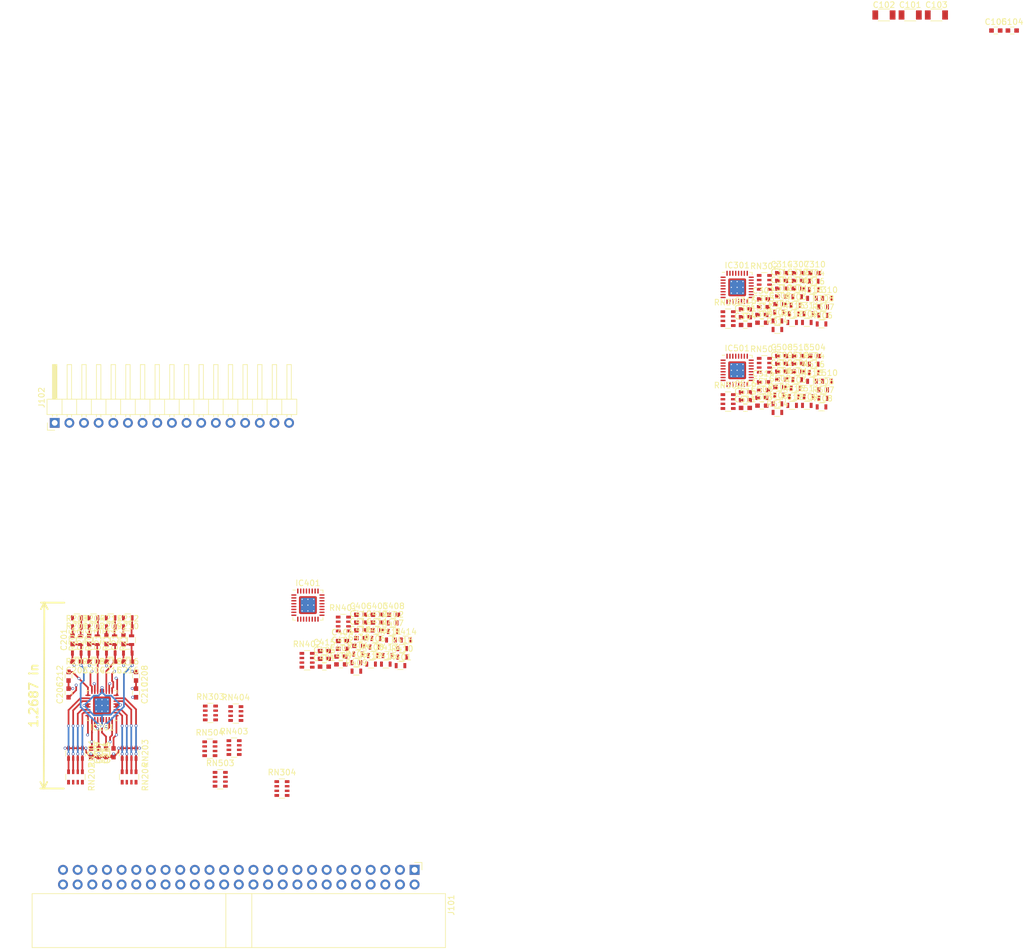
<source format=kicad_pcb>
(kicad_pcb (version 20171130) (host pcbnew 5.0.2-bee76a0~70~ubuntu18.04.1)
  (layers (0 F.Cu signal) (1 2_Ground power) (2 3_Misc mixed) (31 B.Cu signal) (34 B.Paste user) (35 F.Paste user) (36 B.SilkS user) (37 F.SilkS user) (38 B.Mask user) (39 F.Mask user) (44 Edge.Cuts user))
  (net 0 "")
  (net 1 +4V)
  (net 2 GND)
  (net 3 +2V5)
  (net 4 -2V5)
  (net 5 Vref_0-7)
  (net 6 Vref_8-15)
  (net 7 "Net-(C201-Pad1)")
  (net 8 "Net-(C201-Pad2)")
  (net 9 "Net-(C202-Pad2)")
  (net 10 "Net-(C202-Pad1)")
  (net 11 "Net-(C213-Pad2)")
  (net 12 "Net-(C213-Pad1)")
  (net 13 "Net-(C214-Pad2)")
  (net 14 "Net-(C214-Pad1)")
  (net 15 "Net-(C301-Pad1)")
  (net 16 "Net-(C301-Pad2)")
  (net 17 "Net-(C302-Pad1)")
  (net 18 "Net-(C302-Pad2)")
  (net 19 "Net-(C313-Pad1)")
  (net 20 "Net-(C313-Pad2)")
  (net 21 "Net-(C314-Pad1)")
  (net 22 "Net-(C314-Pad2)")
  (net 23 "Net-(C401-Pad1)")
  (net 24 "Net-(C401-Pad2)")
  (net 25 "Net-(C402-Pad1)")
  (net 26 "Net-(C402-Pad2)")
  (net 27 "Net-(C413-Pad1)")
  (net 28 "Net-(C413-Pad2)")
  (net 29 "Net-(C414-Pad1)")
  (net 30 "Net-(C414-Pad2)")
  (net 31 "Net-(C501-Pad2)")
  (net 32 "Net-(C501-Pad1)")
  (net 33 "Net-(C502-Pad2)")
  (net 34 "Net-(C502-Pad1)")
  (net 35 "Net-(C513-Pad2)")
  (net 36 "Net-(C513-Pad1)")
  (net 37 "Net-(C514-Pad1)")
  (net 38 "Net-(C514-Pad2)")
  (net 39 "/Ch 4-7/A-")
  (net 40 "/Ch 4-7/A+")
  (net 41 "/Ch 4-7/B+")
  (net 42 "/Ch 4-7/B-")
  (net 43 "/Ch 4-7/C-")
  (net 44 "/Ch 4-7/C+")
  (net 45 "/Ch 4-7/D+")
  (net 46 "/Ch 4-7/D-")
  (net 47 "/Ch 8-11/D-")
  (net 48 "/Ch 8-11/D+")
  (net 49 "/Ch 8-11/C+")
  (net 50 "/Ch 8-11/C-")
  (net 51 "/Ch 8-11/B-")
  (net 52 "/Ch 8-11/B+")
  (net 53 "/Ch 8-11/A+")
  (net 54 "/Ch 8-11/A-")
  (net 55 "/Ch 0-3/D-")
  (net 56 "/Ch 0-3/D+")
  (net 57 "/Ch 0-3/C+")
  (net 58 "/Ch 0-3/C-")
  (net 59 "/Ch 0-3/B-")
  (net 60 "/Ch 0-3/B+")
  (net 61 "/Ch 0-3/A+")
  (net 62 "/Ch 0-3/A-")
  (net 63 /12-15/A-)
  (net 64 /12-15/A+)
  (net 65 /12-15/B+)
  (net 66 /12-15/B-)
  (net 67 /12-15/C-)
  (net 68 /12-15/C+)
  (net 69 /12-15/D+)
  (net 70 /12-15/D-)
  (net 71 D8-)
  (net 72 D8+)
  (net 73 D9-)
  (net 74 D9+)
  (net 75 D0-)
  (net 76 D0+)
  (net 77 D1-)
  (net 78 D1+)
  (net 79 D10-)
  (net 80 D10+)
  (net 81 D11-)
  (net 82 D11+)
  (net 83 D2-)
  (net 84 D2+)
  (net 85 D3-)
  (net 86 D3+)
  (net 87 D12-)
  (net 88 D12+)
  (net 89 D13-)
  (net 90 D13+)
  (net 91 D4-)
  (net 92 D4+)
  (net 93 D5-)
  (net 94 D5+)
  (net 95 D14-)
  (net 96 D14+)
  (net 97 D15-)
  (net 98 D15+)
  (net 99 D6-)
  (net 100 D6+)
  (net 101 D7-)
  (net 102 D7+)
  (net 103 In0)
  (net 104 In1)
  (net 105 In2)
  (net 106 In3)
  (net 107 In4)
  (net 108 In5)
  (net 109 In6)
  (net 110 In7)
  (net 111 In8)
  (net 112 In9)
  (net 113 In10)
  (net 114 In11)
  (net 115 In12)
  (net 116 In13)
  (net 117 In14)
  (net 118 In15)
  (net 119 "Net-(R201-Pad1)")
  (net 120 "Net-(R202-Pad1)")
  (net 121 "Net-(R209-Pad1)")
  (net 122 "Net-(R210-Pad1)")
  (net 123 "Net-(R301-Pad1)")
  (net 124 "Net-(R302-Pad1)")
  (net 125 "Net-(R309-Pad1)")
  (net 126 "Net-(R310-Pad1)")
  (net 127 "Net-(R401-Pad1)")
  (net 128 "Net-(R402-Pad1)")
  (net 129 "Net-(R409-Pad1)")
  (net 130 "Net-(R410-Pad1)")
  (net 131 "Net-(R501-Pad1)")
  (net 132 "Net-(R502-Pad1)")
  (net 133 "Net-(R509-Pad1)")
  (net 134 "Net-(R510-Pad1)")
  (module Capacitors_SMD.pretty:C_0603 (layer F.Cu) (at 51.6 166.225 90)
    (fp_text reference C206 (at 0 -1.5 90) (layer F.SilkS))
    (fp_text value 10n)
    (pad 2 smd rect (at 0.75 0 90) (size 0.8 0.75) (layers F.Cu F.Paste F.Mask) (net 2 GND))
    (pad 1 smd rect (at -0.75 0 90) (size 0.8 0.75) (layers F.Cu F.Paste F.Mask) (net 5 Vref_0-7))
  )
  (module Capacitors_SMD.pretty:C_0603 (layer F.Cu) (at 51.6 163.325 90)
    (fp_text reference C212 (at 0 -1.5 90) (layer F.SilkS))
    (fp_text value 100n)
    (pad 2 smd rect (at 0.75 0 90) (size 0.8 0.75) (layers F.Cu F.Paste F.Mask) (net 3 +2V5))
    (pad 1 smd rect (at -0.75 0 90) (size 0.8 0.75) (layers F.Cu F.Paste F.Mask) (net 2 GND))
  )
  (module Capacitors_SMD.pretty:C_1206 (layer F.Cu) (at 197.525001 48.680001)
    (fp_text reference C101 (at 0 -1.75) (layer F.SilkS))
    (fp_text value 10uF)
    (pad 1 smd rect (at -1.5 0) (size 1 1.6) (layers F.Cu F.Paste F.Mask) (net 1 +4V))
    (pad 2 smd rect (at 1.5 0) (size 1 1.6) (layers F.Cu F.Paste F.Mask) (net 2 GND))
  )
  (module Capacitors_SMD.pretty:C_1206 (layer F.Cu) (at 192.975001 48.680001)
    (fp_text reference C102 (at 0 -1.75) (layer F.SilkS))
    (fp_text value 10uF)
    (pad 2 smd rect (at 1.5 0) (size 1 1.6) (layers F.Cu F.Paste F.Mask) (net 2 GND))
    (pad 1 smd rect (at -1.5 0) (size 1 1.6) (layers F.Cu F.Paste F.Mask) (net 3 +2V5))
  )
  (module Capacitors_SMD.pretty:C_1206 (layer F.Cu) (at 202.075001 48.680001)
    (fp_text reference C103 (at 0 -1.75) (layer F.SilkS))
    (fp_text value 10uF)
    (pad 1 smd rect (at -1.5 0) (size 1 1.6) (layers F.Cu F.Paste F.Mask) (net 4 -2V5))
    (pad 2 smd rect (at 1.5 0) (size 1 1.6) (layers F.Cu F.Paste F.Mask) (net 2 GND))
  )
  (module Capacitors_SMD.pretty:C_0603 (layer F.Cu) (at 215.225001 51.375001)
    (fp_text reference C104 (at 0 -1.5) (layer F.SilkS))
    (fp_text value 100n)
    (pad 1 smd rect (at -0.75 0) (size 0.8 0.75) (layers F.Cu F.Paste F.Mask) (net 5 Vref_0-7))
    (pad 2 smd rect (at 0.75 0) (size 0.8 0.75) (layers F.Cu F.Paste F.Mask) (net 2 GND))
  )
  (module Capacitors_SMD.pretty:C_0603 (layer F.Cu) (at 212.375001 51.375001)
    (fp_text reference C105 (at 0 -1.5) (layer F.SilkS))
    (fp_text value 100n)
    (pad 2 smd rect (at 0.75 0) (size 0.8 0.75) (layers F.Cu F.Paste F.Mask) (net 2 GND))
    (pad 1 smd rect (at -0.75 0) (size 0.8 0.75) (layers F.Cu F.Paste F.Mask) (net 6 Vref_8-15))
  )
  (module Capacitors_SMD.pretty:C_0603 (layer F.Cu) (at 52.3 157 90)
    (fp_text reference C201 (at 0 -1.5 90) (layer F.SilkS))
    (fp_text value 3.3p)
    (pad 1 smd rect (at -0.75 0 90) (size 0.8 0.75) (layers F.Cu F.Paste F.Mask) (net 7 "Net-(C201-Pad1)"))
    (pad 2 smd rect (at 0.75 0 90) (size 0.8 0.75) (layers F.Cu F.Paste F.Mask) (net 8 "Net-(C201-Pad2)"))
  )
  (module Capacitors_SMD.pretty:C_0603 (layer F.Cu) (at 55.175 157 90)
    (fp_text reference C202 (at 0 -1.5 90) (layer F.SilkS))
    (fp_text value 3.3p)
    (pad 2 smd rect (at 0.75 0 90) (size 0.8 0.75) (layers F.Cu F.Paste F.Mask) (net 9 "Net-(C202-Pad2)"))
    (pad 1 smd rect (at -0.75 0 90) (size 0.8 0.75) (layers F.Cu F.Paste F.Mask) (net 10 "Net-(C202-Pad1)"))
  )
  (module Capacitors_SMD.pretty:C_0603 (layer F.Cu) (at 53.025 160.8 180)
    (fp_text reference C203 (at 0 -1.5 180) (layer F.SilkS))
    (fp_text value 27p)
    (pad 1 smd rect (at -0.75 0 180) (size 0.8 0.75) (layers F.Cu F.Paste F.Mask) (net 7 "Net-(C201-Pad1)"))
    (pad 2 smd rect (at 0.75 0 180) (size 0.8 0.75) (layers F.Cu F.Paste F.Mask) (net 2 GND))
  )
  (module Capacitors_SMD.pretty:C_0603 (layer F.Cu) (at 55.966666 160.8 180)
    (fp_text reference C204 (at 0 -1.5 180) (layer F.SilkS))
    (fp_text value 27p)
    (pad 1 smd rect (at -0.75 0 180) (size 0.8 0.75) (layers F.Cu F.Paste F.Mask) (net 10 "Net-(C202-Pad1)"))
    (pad 2 smd rect (at 0.75 0 180) (size 0.8 0.75) (layers F.Cu F.Paste F.Mask) (net 2 GND))
  )
  (module Capacitors_SMD.pretty:C_0603 (layer F.Cu) (at 56.8 176.6 270)
    (fp_text reference C205 (at 0 -1.5 270) (layer F.SilkS))
    (fp_text value 10n)
    (pad 2 smd rect (at 0.75 0 270) (size 0.8 0.75) (layers F.Cu F.Paste F.Mask) (net 2 GND))
    (pad 1 smd rect (at -0.75 0 270) (size 0.8 0.75) (layers F.Cu F.Paste F.Mask) (net 5 Vref_0-7))
  )
  (module Capacitors_SMD.pretty:C_0603 (layer F.Cu) (at 55.5 176.6 270)
    (fp_text reference C207 (at 0 -1.5 270) (layer F.SilkS))
    (fp_text value 100n)
    (pad 2 smd rect (at 0.75 0 270) (size 0.8 0.75) (layers F.Cu F.Paste F.Mask) (net 2 GND))
    (pad 1 smd rect (at -0.75 0 270) (size 0.8 0.75) (layers F.Cu F.Paste F.Mask) (net 1 +4V))
  )
  (module Capacitors_SMD.pretty:C_0603 (layer F.Cu) (at 63.3 163.325 270)
    (fp_text reference C208 (at 0 -1.5 270) (layer F.SilkS))
    (fp_text value 100n)
    (pad 1 smd rect (at -0.75 0 270) (size 0.8 0.75) (layers F.Cu F.Paste F.Mask) (net 1 +4V))
    (pad 2 smd rect (at 0.75 0 270) (size 0.8 0.75) (layers F.Cu F.Paste F.Mask) (net 2 GND))
  )
  (module Capacitors_SMD.pretty:C_0603 (layer F.Cu) (at 58.1 176.6 90)
    (fp_text reference C209 (at 0 -1.5 90) (layer F.SilkS))
    (fp_text value 100n)
    (pad 1 smd rect (at -0.75 0 90) (size 0.8 0.75) (layers F.Cu F.Paste F.Mask) (net 2 GND))
    (pad 2 smd rect (at 0.75 0 90) (size 0.8 0.75) (layers F.Cu F.Paste F.Mask) (net 4 -2V5))
  )
  (module Capacitors_SMD.pretty:C_0603 (layer F.Cu) (at 63.3 166.225 270)
    (fp_text reference C210 (at 0 -1.5 270) (layer F.SilkS))
    (fp_text value 100n)
    (pad 2 smd rect (at 0.75 0 270) (size 0.8 0.75) (layers F.Cu F.Paste F.Mask) (net 4 -2V5))
    (pad 1 smd rect (at -0.75 0 270) (size 0.8 0.75) (layers F.Cu F.Paste F.Mask) (net 2 GND))
  )
  (module Capacitors_SMD.pretty:C_0603 (layer F.Cu) (at 59.4 176.6 90)
    (fp_text reference C211 (at 0 -1.5 90) (layer F.SilkS))
    (fp_text value 100n)
    (pad 1 smd rect (at -0.75 0 90) (size 0.8 0.75) (layers F.Cu F.Paste F.Mask) (net 2 GND))
    (pad 2 smd rect (at 0.75 0 90) (size 0.8 0.75) (layers F.Cu F.Paste F.Mask) (net 3 +2V5))
  )
  (module Capacitors_SMD.pretty:C_0603 (layer F.Cu) (at 58.175 157 90)
    (fp_text reference C213 (at 0 -1.5 90) (layer F.SilkS))
    (fp_text value 3.3p)
    (pad 2 smd rect (at 0.75 0 90) (size 0.8 0.75) (layers F.Cu F.Paste F.Mask) (net 11 "Net-(C213-Pad2)"))
    (pad 1 smd rect (at -0.75 0 90) (size 0.8 0.75) (layers F.Cu F.Paste F.Mask) (net 12 "Net-(C213-Pad1)"))
  )
  (module Capacitors_SMD.pretty:C_0603 (layer F.Cu) (at 61.125 157 90)
    (fp_text reference C214 (at 0 -1.5 90) (layer F.SilkS))
    (fp_text value 3.3p)
    (pad 2 smd rect (at 0.75 0 90) (size 0.8 0.75) (layers F.Cu F.Paste F.Mask) (net 13 "Net-(C214-Pad2)"))
    (pad 1 smd rect (at -0.75 0 90) (size 0.8 0.75) (layers F.Cu F.Paste F.Mask) (net 14 "Net-(C214-Pad1)"))
  )
  (module Capacitors_SMD.pretty:C_0603 (layer F.Cu) (at 58.925 160.8 180)
    (fp_text reference C215 (at 0 -1.5 180) (layer F.SilkS))
    (fp_text value 27p)
    (pad 1 smd rect (at -0.75 0 180) (size 0.8 0.75) (layers F.Cu F.Paste F.Mask) (net 12 "Net-(C213-Pad1)"))
    (pad 2 smd rect (at 0.75 0 180) (size 0.8 0.75) (layers F.Cu F.Paste F.Mask) (net 2 GND))
  )
  (module Capacitors_SMD.pretty:C_0603 (layer F.Cu) (at 61.875 160.8 180)
    (fp_text reference C216 (at 0 -1.5 180) (layer F.SilkS))
    (fp_text value 27p)
    (pad 1 smd rect (at -0.75 0 180) (size 0.8 0.75) (layers F.Cu F.Paste F.Mask) (net 14 "Net-(C214-Pad1)"))
    (pad 2 smd rect (at 0.75 0 180) (size 0.8 0.75) (layers F.Cu F.Paste F.Mask) (net 2 GND))
  )
  (module Capacitors_SMD.pretty:C_0603 (layer F.Cu) (at 168.955001 101.075001)
    (fp_text reference C301 (at 0 -1.5) (layer F.SilkS))
    (fp_text value 3.3p)
    (pad 1 smd rect (at -0.75 0) (size 0.8 0.75) (layers F.Cu F.Paste F.Mask) (net 15 "Net-(C301-Pad1)"))
    (pad 2 smd rect (at 0.75 0) (size 0.8 0.75) (layers F.Cu F.Paste F.Mask) (net 16 "Net-(C301-Pad2)"))
  )
  (module Capacitors_SMD.pretty:C_0603 (layer F.Cu) (at 172.095001 97.985001)
    (fp_text reference C302 (at 0 -1.5) (layer F.SilkS))
    (fp_text value 3.3p)
    (pad 1 smd rect (at -0.75 0) (size 0.8 0.75) (layers F.Cu F.Paste F.Mask) (net 17 "Net-(C302-Pad1)"))
    (pad 2 smd rect (at 0.75 0) (size 0.8 0.75) (layers F.Cu F.Paste F.Mask) (net 18 "Net-(C302-Pad2)"))
  )
  (module Capacitors_SMD.pretty:C_0603 (layer F.Cu) (at 172.095001 99.335001)
    (fp_text reference C303 (at 0 -1.5) (layer F.SilkS))
    (fp_text value 27p)
    (pad 1 smd rect (at -0.75 0) (size 0.8 0.75) (layers F.Cu F.Paste F.Mask) (net 15 "Net-(C301-Pad1)"))
    (pad 2 smd rect (at 0.75 0) (size 0.8 0.75) (layers F.Cu F.Paste F.Mask) (net 2 GND))
  )
  (module Capacitors_SMD.pretty:C_0603 (layer F.Cu) (at 168.955001 102.425001)
    (fp_text reference C304 (at 0 -1.5) (layer F.SilkS))
    (fp_text value 27p)
    (pad 2 smd rect (at 0.75 0) (size 0.8 0.75) (layers F.Cu F.Paste F.Mask) (net 2 GND))
    (pad 1 smd rect (at -0.75 0) (size 0.8 0.75) (layers F.Cu F.Paste F.Mask) (net 17 "Net-(C302-Pad1)"))
  )
  (module Capacitors_SMD.pretty:C_0603 (layer F.Cu) (at 175.245001 96.135001)
    (fp_text reference C305 (at 0 -1.5) (layer F.SilkS))
    (fp_text value 10n)
    (pad 1 smd rect (at -0.75 0) (size 0.8 0.75) (layers F.Cu F.Paste F.Mask) (net 6 Vref_8-15))
    (pad 2 smd rect (at 0.75 0) (size 0.8 0.75) (layers F.Cu F.Paste F.Mask) (net 2 GND))
  )
  (module Capacitors_SMD.pretty:C_0603 (layer F.Cu) (at 178.095001 96.135001)
    (fp_text reference C306 (at 0 -1.5) (layer F.SilkS))
    (fp_text value 10n)
    (pad 2 smd rect (at 0.75 0) (size 0.8 0.75) (layers F.Cu F.Paste F.Mask) (net 2 GND))
    (pad 1 smd rect (at -0.75 0) (size 0.8 0.75) (layers F.Cu F.Paste F.Mask) (net 6 Vref_8-15))
  )
  (module Capacitors_SMD.pretty:C_0603 (layer F.Cu) (at 178.095001 93.435001)
    (fp_text reference C307 (at 0 -1.5) (layer F.SilkS))
    (fp_text value 100n)
    (pad 1 smd rect (at -0.75 0) (size 0.8 0.75) (layers F.Cu F.Paste F.Mask) (net 1 +4V))
    (pad 2 smd rect (at 0.75 0) (size 0.8 0.75) (layers F.Cu F.Paste F.Mask) (net 2 GND))
  )
  (module Capacitors_SMD.pretty:C_0603 (layer F.Cu) (at 174.945001 98.835001)
    (fp_text reference C308 (at 0 -1.5) (layer F.SilkS))
    (fp_text value 100n)
    (pad 2 smd rect (at 0.75 0) (size 0.8 0.75) (layers F.Cu F.Paste F.Mask) (net 2 GND))
    (pad 1 smd rect (at -0.75 0) (size 0.8 0.75) (layers F.Cu F.Paste F.Mask) (net 1 +4V))
  )
  (module Capacitors_SMD.pretty:C_0603 (layer F.Cu) (at 171.805001 102.035001)
    (fp_text reference C309 (at 0 -1.5) (layer F.SilkS))
    (fp_text value 100n)
    (pad 2 smd rect (at 0.75 0) (size 0.8 0.75) (layers F.Cu F.Paste F.Mask) (net 4 -2V5))
    (pad 1 smd rect (at -0.75 0) (size 0.8 0.75) (layers F.Cu F.Paste F.Mask) (net 2 GND))
  )
  (module Capacitors_SMD.pretty:C_0603 (layer F.Cu) (at 180.945001 93.435001)
    (fp_text reference C310 (at 0 -1.5) (layer F.SilkS))
    (fp_text value 100n)
    (pad 1 smd rect (at -0.75 0) (size 0.8 0.75) (layers F.Cu F.Paste F.Mask) (net 2 GND))
    (pad 2 smd rect (at 0.75 0) (size 0.8 0.75) (layers F.Cu F.Paste F.Mask) (net 4 -2V5))
  )
  (module Capacitors_SMD.pretty:C_0603 (layer F.Cu) (at 171.805001 100.685001)
    (fp_text reference C311 (at 0 -1.5) (layer F.SilkS))
    (fp_text value 100n)
    (pad 2 smd rect (at 0.75 0) (size 0.8 0.75) (layers F.Cu F.Paste F.Mask) (net 3 +2V5))
    (pad 1 smd rect (at -0.75 0) (size 0.8 0.75) (layers F.Cu F.Paste F.Mask) (net 2 GND))
  )
  (module Capacitors_SMD.pretty:C_0603 (layer F.Cu) (at 175.245001 97.485001)
    (fp_text reference C312 (at 0 -1.5) (layer F.SilkS))
    (fp_text value 100n)
    (pad 1 smd rect (at -0.75 0) (size 0.8 0.75) (layers F.Cu F.Paste F.Mask) (net 2 GND))
    (pad 2 smd rect (at 0.75 0) (size 0.8 0.75) (layers F.Cu F.Paste F.Mask) (net 3 +2V5))
  )
  (module Capacitors_SMD.pretty:C_0603 (layer F.Cu) (at 178.095001 94.785001)
    (fp_text reference C313 (at 0 -1.5) (layer F.SilkS))
    (fp_text value 3.3p)
    (pad 1 smd rect (at -0.75 0) (size 0.8 0.75) (layers F.Cu F.Paste F.Mask) (net 19 "Net-(C313-Pad1)"))
    (pad 2 smd rect (at 0.75 0) (size 0.8 0.75) (layers F.Cu F.Paste F.Mask) (net 20 "Net-(C313-Pad2)"))
  )
  (module Capacitors_SMD.pretty:C_0603 (layer F.Cu) (at 175.245001 93.435001)
    (fp_text reference C314 (at 0 -1.5) (layer F.SilkS))
    (fp_text value 3.3p)
    (pad 1 smd rect (at -0.75 0) (size 0.8 0.75) (layers F.Cu F.Paste F.Mask) (net 21 "Net-(C314-Pad1)"))
    (pad 2 smd rect (at 0.75 0) (size 0.8 0.75) (layers F.Cu F.Paste F.Mask) (net 22 "Net-(C314-Pad2)"))
  )
  (module Capacitors_SMD.pretty:C_0603 (layer F.Cu) (at 168.955001 99.725001)
    (fp_text reference C315 (at 0 -1.5) (layer F.SilkS))
    (fp_text value 27p)
    (pad 2 smd rect (at 0.75 0) (size 0.8 0.75) (layers F.Cu F.Paste F.Mask) (net 2 GND))
    (pad 1 smd rect (at -0.75 0) (size 0.8 0.75) (layers F.Cu F.Paste F.Mask) (net 19 "Net-(C313-Pad1)"))
  )
  (module Capacitors_SMD.pretty:C_0603 (layer F.Cu) (at 175.245001 94.785001)
    (fp_text reference C316 (at 0 -1.5) (layer F.SilkS))
    (fp_text value 27p)
    (pad 2 smd rect (at 0.75 0) (size 0.8 0.75) (layers F.Cu F.Paste F.Mask) (net 2 GND))
    (pad 1 smd rect (at -0.75 0) (size 0.8 0.75) (layers F.Cu F.Paste F.Mask) (net 21 "Net-(C314-Pad1)"))
  )
  (module Capacitors_SMD.pretty:C_0603 (layer F.Cu) (at 95.955001 161.665001)
    (fp_text reference C401 (at 0 -1.5) (layer F.SilkS))
    (fp_text value 3.3p)
    (pad 1 smd rect (at -0.75 0) (size 0.8 0.75) (layers F.Cu F.Paste F.Mask) (net 23 "Net-(C401-Pad1)"))
    (pad 2 smd rect (at 0.75 0) (size 0.8 0.75) (layers F.Cu F.Paste F.Mask) (net 24 "Net-(C401-Pad2)"))
  )
  (module Capacitors_SMD.pretty:C_0603 (layer F.Cu) (at 99.095001 158.575001)
    (fp_text reference C402 (at 0 -1.5) (layer F.SilkS))
    (fp_text value 3.3p)
    (pad 1 smd rect (at -0.75 0) (size 0.8 0.75) (layers F.Cu F.Paste F.Mask) (net 25 "Net-(C402-Pad1)"))
    (pad 2 smd rect (at 0.75 0) (size 0.8 0.75) (layers F.Cu F.Paste F.Mask) (net 26 "Net-(C402-Pad2)"))
  )
  (module Capacitors_SMD.pretty:C_0603 (layer F.Cu) (at 105.095001 152.675001)
    (fp_text reference C403 (at 0 -1.5) (layer F.SilkS))
    (fp_text value 27p)
    (pad 2 smd rect (at 0.75 0) (size 0.8 0.75) (layers F.Cu F.Paste F.Mask) (net 2 GND))
    (pad 1 smd rect (at -0.75 0) (size 0.8 0.75) (layers F.Cu F.Paste F.Mask) (net 23 "Net-(C401-Pad1)"))
  )
  (module Capacitors_SMD.pretty:C_0603 (layer F.Cu) (at 99.095001 157.225001)
    (fp_text reference C404 (at 0 -1.5) (layer F.SilkS))
    (fp_text value 27p)
    (pad 2 smd rect (at 0.75 0) (size 0.8 0.75) (layers F.Cu F.Paste F.Mask) (net 2 GND))
    (pad 1 smd rect (at -0.75 0) (size 0.8 0.75) (layers F.Cu F.Paste F.Mask) (net 25 "Net-(C402-Pad1)"))
  )
  (module Capacitors_SMD.pretty:C_0603 (layer F.Cu) (at 95.955001 160.315001)
    (fp_text reference C405 (at 0 -1.5) (layer F.SilkS))
    (fp_text value 10n)
    (pad 2 smd rect (at 0.75 0) (size 0.8 0.75) (layers F.Cu F.Paste F.Mask) (net 2 GND))
    (pad 1 smd rect (at -0.75 0) (size 0.8 0.75) (layers F.Cu F.Paste F.Mask) (net 5 Vref_0-7))
  )
  (module Capacitors_SMD.pretty:C_0603 (layer F.Cu) (at 102.245001 152.675001)
    (fp_text reference C406 (at 0 -1.5) (layer F.SilkS))
    (fp_text value 10n)
    (pad 2 smd rect (at 0.75 0) (size 0.8 0.75) (layers F.Cu F.Paste F.Mask) (net 2 GND))
    (pad 1 smd rect (at -0.75 0) (size 0.8 0.75) (layers F.Cu F.Paste F.Mask) (net 5 Vref_0-7))
  )
  (module Capacitors_SMD.pretty:C_0603 (layer F.Cu) (at 98.805001 159.925001)
    (fp_text reference C407 (at 0 -1.5) (layer F.SilkS))
    (fp_text value 100n)
    (pad 2 smd rect (at 0.75 0) (size 0.8 0.75) (layers F.Cu F.Paste F.Mask) (net 2 GND))
    (pad 1 smd rect (at -0.75 0) (size 0.8 0.75) (layers F.Cu F.Paste F.Mask) (net 1 +4V))
  )
  (module Capacitors_SMD.pretty:C_0603 (layer F.Cu) (at 107.945001 152.675001)
    (fp_text reference C408 (at 0 -1.5) (layer F.SilkS))
    (fp_text value 100n)
    (pad 2 smd rect (at 0.75 0) (size 0.8 0.75) (layers F.Cu F.Paste F.Mask) (net 2 GND))
    (pad 1 smd rect (at -0.75 0) (size 0.8 0.75) (layers F.Cu F.Paste F.Mask) (net 1 +4V))
  )
  (module Capacitors_SMD.pretty:C_0603 (layer F.Cu) (at 98.805001 161.275001)
    (fp_text reference C409 (at 0 -1.5) (layer F.SilkS))
    (fp_text value 100n)
    (pad 1 smd rect (at -0.75 0) (size 0.8 0.75) (layers F.Cu F.Paste F.Mask) (net 2 GND))
    (pad 2 smd rect (at 0.75 0) (size 0.8 0.75) (layers F.Cu F.Paste F.Mask) (net 4 -2V5))
  )
  (module Capacitors_SMD.pretty:C_0603 (layer F.Cu) (at 101.945001 158.075001)
    (fp_text reference C410 (at 0 -1.5) (layer F.SilkS))
    (fp_text value 100n)
    (pad 1 smd rect (at -0.75 0) (size 0.8 0.75) (layers F.Cu F.Paste F.Mask) (net 2 GND))
    (pad 2 smd rect (at 0.75 0) (size 0.8 0.75) (layers F.Cu F.Paste F.Mask) (net 4 -2V5))
  )
  (module Capacitors_SMD.pretty:C_0603 (layer F.Cu) (at 105.095001 155.375001)
    (fp_text reference C411 (at 0 -1.5) (layer F.SilkS))
    (fp_text value 100n)
    (pad 1 smd rect (at -0.75 0) (size 0.8 0.75) (layers F.Cu F.Paste F.Mask) (net 2 GND))
    (pad 2 smd rect (at 0.75 0) (size 0.8 0.75) (layers F.Cu F.Paste F.Mask) (net 3 +2V5))
  )
  (module Capacitors_SMD.pretty:C_0603 (layer F.Cu) (at 102.245001 154.025001)
    (fp_text reference C412 (at 0 -1.5) (layer F.SilkS))
    (fp_text value 100n)
    (pad 1 smd rect (at -0.75 0) (size 0.8 0.75) (layers F.Cu F.Paste F.Mask) (net 2 GND))
    (pad 2 smd rect (at 0.75 0) (size 0.8 0.75) (layers F.Cu F.Paste F.Mask) (net 3 +2V5))
  )
  (module Capacitors_SMD.pretty:C_0603 (layer F.Cu) (at 105.095001 154.025001)
    (fp_text reference C413 (at 0 -1.5) (layer F.SilkS))
    (fp_text value 3.3p)
    (pad 1 smd rect (at -0.75 0) (size 0.8 0.75) (layers F.Cu F.Paste F.Mask) (net 27 "Net-(C413-Pad1)"))
    (pad 2 smd rect (at 0.75 0) (size 0.8 0.75) (layers F.Cu F.Paste F.Mask) (net 28 "Net-(C413-Pad2)"))
  )
  (module Capacitors_SMD.pretty:C_0603 (layer F.Cu) (at 102.245001 155.375001)
    (fp_text reference C414 (at 0 -1.5) (layer F.SilkS))
    (fp_text value 3.3p)
    (pad 1 smd rect (at -0.75 0) (size 0.8 0.75) (layers F.Cu F.Paste F.Mask) (net 29 "Net-(C414-Pad1)"))
    (pad 2 smd rect (at 0.75 0) (size 0.8 0.75) (layers F.Cu F.Paste F.Mask) (net 30 "Net-(C414-Pad2)"))
  )
  (module Capacitors_SMD.pretty:C_0603 (layer F.Cu) (at 95.955001 158.965001)
    (fp_text reference C415 (at 0 -1.5) (layer F.SilkS))
    (fp_text value 27p)
    (pad 2 smd rect (at 0.75 0) (size 0.8 0.75) (layers F.Cu F.Paste F.Mask) (net 2 GND))
    (pad 1 smd rect (at -0.75 0) (size 0.8 0.75) (layers F.Cu F.Paste F.Mask) (net 27 "Net-(C413-Pad1)"))
  )
  (module Capacitors_SMD.pretty:C_0603 (layer F.Cu) (at 102.245001 156.725001)
    (fp_text reference C416 (at 0 -1.5) (layer F.SilkS))
    (fp_text value 27p)
    (pad 2 smd rect (at 0.75 0) (size 0.8 0.75) (layers F.Cu F.Paste F.Mask) (net 2 GND))
    (pad 1 smd rect (at -0.75 0) (size 0.8 0.75) (layers F.Cu F.Paste F.Mask) (net 29 "Net-(C414-Pad1)"))
  )
  (module Capacitors_SMD.pretty:C_0603 (layer F.Cu) (at 178.095001 110.515001)
    (fp_text reference C501 (at 0 -1.5) (layer F.SilkS))
    (fp_text value 3.3p)
    (pad 2 smd rect (at 0.75 0) (size 0.8 0.75) (layers F.Cu F.Paste F.Mask) (net 31 "Net-(C501-Pad2)"))
    (pad 1 smd rect (at -0.75 0) (size 0.8 0.75) (layers F.Cu F.Paste F.Mask) (net 32 "Net-(C501-Pad1)"))
  )
  (module Capacitors_SMD.pretty:C_0603 (layer F.Cu) (at 174.945001 113.215001)
    (fp_text reference C502 (at 0 -1.5) (layer F.SilkS))
    (fp_text value 3.3p)
    (pad 2 smd rect (at 0.75 0) (size 0.8 0.75) (layers F.Cu F.Paste F.Mask) (net 33 "Net-(C502-Pad2)"))
    (pad 1 smd rect (at -0.75 0) (size 0.8 0.75) (layers F.Cu F.Paste F.Mask) (net 34 "Net-(C502-Pad1)"))
  )
  (module Capacitors_SMD.pretty:C_0603 (layer F.Cu) (at 171.805001 116.415001)
    (fp_text reference C503 (at 0 -1.5) (layer F.SilkS))
    (fp_text value 27p)
    (pad 2 smd rect (at 0.75 0) (size 0.8 0.75) (layers F.Cu F.Paste F.Mask) (net 2 GND))
    (pad 1 smd rect (at -0.75 0) (size 0.8 0.75) (layers F.Cu F.Paste F.Mask) (net 32 "Net-(C501-Pad1)"))
  )
  (module Capacitors_SMD.pretty:C_0603 (layer F.Cu) (at 180.945001 107.815001)
    (fp_text reference C504 (at 0 -1.5) (layer F.SilkS))
    (fp_text value 27p)
    (pad 1 smd rect (at -0.75 0) (size 0.8 0.75) (layers F.Cu F.Paste F.Mask) (net 34 "Net-(C502-Pad1)"))
    (pad 2 smd rect (at 0.75 0) (size 0.8 0.75) (layers F.Cu F.Paste F.Mask) (net 2 GND))
  )
  (module Capacitors_SMD.pretty:C_0603 (layer F.Cu) (at 171.805001 115.065001)
    (fp_text reference C505 (at 0 -1.5) (layer F.SilkS))
    (fp_text value 10n)
    (pad 2 smd rect (at 0.75 0) (size 0.8 0.75) (layers F.Cu F.Paste F.Mask) (net 2 GND))
    (pad 1 smd rect (at -0.75 0) (size 0.8 0.75) (layers F.Cu F.Paste F.Mask) (net 6 Vref_8-15))
  )
  (module Capacitors_SMD.pretty:C_0603 (layer F.Cu) (at 175.245001 111.865001)
    (fp_text reference C506 (at 0 -1.5) (layer F.SilkS))
    (fp_text value 10n)
    (pad 1 smd rect (at -0.75 0) (size 0.8 0.75) (layers F.Cu F.Paste F.Mask) (net 6 Vref_8-15))
    (pad 2 smd rect (at 0.75 0) (size 0.8 0.75) (layers F.Cu F.Paste F.Mask) (net 2 GND))
  )
  (module Capacitors_SMD.pretty:C_0603 (layer F.Cu) (at 175.245001 110.515001)
    (fp_text reference C507 (at 0 -1.5) (layer F.SilkS))
    (fp_text value 100n)
    (pad 2 smd rect (at 0.75 0) (size 0.8 0.75) (layers F.Cu F.Paste F.Mask) (net 2 GND))
    (pad 1 smd rect (at -0.75 0) (size 0.8 0.75) (layers F.Cu F.Paste F.Mask) (net 1 +4V))
  )
  (module Capacitors_SMD.pretty:C_0603 (layer F.Cu) (at 175.245001 107.815001)
    (fp_text reference C508 (at 0 -1.5) (layer F.SilkS))
    (fp_text value 100n)
    (pad 1 smd rect (at -0.75 0) (size 0.8 0.75) (layers F.Cu F.Paste F.Mask) (net 1 +4V))
    (pad 2 smd rect (at 0.75 0) (size 0.8 0.75) (layers F.Cu F.Paste F.Mask) (net 2 GND))
  )
  (module Capacitors_SMD.pretty:C_0603 (layer F.Cu) (at 175.245001 109.165001)
    (fp_text reference C509 (at 0 -1.5) (layer F.SilkS))
    (fp_text value 100n)
    (pad 1 smd rect (at -0.75 0) (size 0.8 0.75) (layers F.Cu F.Paste F.Mask) (net 2 GND))
    (pad 2 smd rect (at 0.75 0) (size 0.8 0.75) (layers F.Cu F.Paste F.Mask) (net 4 -2V5))
  )
  (module Capacitors_SMD.pretty:C_0603 (layer F.Cu) (at 178.095001 109.165001)
    (fp_text reference C510 (at 0 -1.5) (layer F.SilkS))
    (fp_text value 100n)
    (pad 2 smd rect (at 0.75 0) (size 0.8 0.75) (layers F.Cu F.Paste F.Mask) (net 4 -2V5))
    (pad 1 smd rect (at -0.75 0) (size 0.8 0.75) (layers F.Cu F.Paste F.Mask) (net 2 GND))
  )
  (module Capacitors_SMD.pretty:C_0603 (layer F.Cu) (at 168.955001 116.805001)
    (fp_text reference C511 (at 0 -1.5) (layer F.SilkS))
    (fp_text value 100n)
    (pad 1 smd rect (at -0.75 0) (size 0.8 0.75) (layers F.Cu F.Paste F.Mask) (net 2 GND))
    (pad 2 smd rect (at 0.75 0) (size 0.8 0.75) (layers F.Cu F.Paste F.Mask) (net 3 +2V5))
  )
  (module Capacitors_SMD.pretty:C_0603 (layer F.Cu) (at 172.095001 113.715001)
    (fp_text reference C512 (at 0 -1.5) (layer F.SilkS))
    (fp_text value 100n)
    (pad 2 smd rect (at 0.75 0) (size 0.8 0.75) (layers F.Cu F.Paste F.Mask) (net 3 +2V5))
    (pad 1 smd rect (at -0.75 0) (size 0.8 0.75) (layers F.Cu F.Paste F.Mask) (net 2 GND))
  )
  (module Capacitors_SMD.pretty:C_0603 (layer F.Cu) (at 178.095001 107.815001)
    (fp_text reference C513 (at 0 -1.5) (layer F.SilkS))
    (fp_text value 3.3p)
    (pad 2 smd rect (at 0.75 0) (size 0.8 0.75) (layers F.Cu F.Paste F.Mask) (net 35 "Net-(C513-Pad2)"))
    (pad 1 smd rect (at -0.75 0) (size 0.8 0.75) (layers F.Cu F.Paste F.Mask) (net 36 "Net-(C513-Pad1)"))
  )
  (module Capacitors_SMD.pretty:C_0603 (layer F.Cu) (at 172.095001 112.365001)
    (fp_text reference C514 (at 0 -1.5) (layer F.SilkS))
    (fp_text value 3.3p)
    (pad 1 smd rect (at -0.75 0) (size 0.8 0.75) (layers F.Cu F.Paste F.Mask) (net 37 "Net-(C514-Pad1)"))
    (pad 2 smd rect (at 0.75 0) (size 0.8 0.75) (layers F.Cu F.Paste F.Mask) (net 38 "Net-(C514-Pad2)"))
  )
  (module Capacitors_SMD.pretty:C_0603 (layer F.Cu) (at 168.955001 115.455001)
    (fp_text reference C515 (at 0 -1.5) (layer F.SilkS))
    (fp_text value 27p)
    (pad 1 smd rect (at -0.75 0) (size 0.8 0.75) (layers F.Cu F.Paste F.Mask) (net 36 "Net-(C513-Pad1)"))
    (pad 2 smd rect (at 0.75 0) (size 0.8 0.75) (layers F.Cu F.Paste F.Mask) (net 2 GND))
  )
  (module Capacitors_SMD.pretty:C_0603 (layer F.Cu) (at 168.955001 114.105001)
    (fp_text reference C516 (at 0 -1.5) (layer F.SilkS))
    (fp_text value 27p)
    (pad 2 smd rect (at 0.75 0) (size 0.8 0.75) (layers F.Cu F.Paste F.Mask) (net 2 GND))
    (pad 1 smd rect (at -0.75 0) (size 0.8 0.75) (layers F.Cu F.Paste F.Mask) (net 37 "Net-(C514-Pad1)"))
  )
  (module Package_DFN_QFN:QFN-32-1EP_5x5mm_P0.5mm_EP3.1x3.1mm_ThermalVias (layer F.Cu) (at 57.4 168.4 180)
    (fp_text reference IC201 (at 0 -3.82 180) (layer F.SilkS))
    (fp_text value lmh7324)
    (pad 33 smd roundrect (at 0 0 180) (size 3.1 3.1) (layers F.Cu F.Mask) (roundrect_rratio 0.08064499999999999) (net 2 GND))
    (pad 33 thru_hole circle (at -1 -1 180) (size 0.5 0.5) (drill 0.2) (layers *.Cu) (net 2 GND))
    (pad 33 thru_hole circle (at 0 -1 180) (size 0.5 0.5) (drill 0.2) (layers *.Cu) (net 2 GND))
    (pad 33 thru_hole circle (at 1 -1 180) (size 0.5 0.5) (drill 0.2) (layers *.Cu) (net 2 GND))
    (pad 33 thru_hole circle (at -1 0 180) (size 0.5 0.5) (drill 0.2) (layers *.Cu) (net 2 GND))
    (pad 33 thru_hole circle (at 0 0 180) (size 0.5 0.5) (drill 0.2) (layers *.Cu) (net 2 GND))
    (pad 33 thru_hole circle (at 1 0 180) (size 0.5 0.5) (drill 0.2) (layers *.Cu) (net 2 GND))
    (pad 33 thru_hole circle (at -1 1 180) (size 0.5 0.5) (drill 0.2) (layers *.Cu) (net 2 GND))
    (pad 33 thru_hole circle (at 0 1 180) (size 0.5 0.5) (drill 0.2) (layers *.Cu) (net 2 GND))
    (pad 33 thru_hole circle (at 1 1 180) (size 0.5 0.5) (drill 0.2) (layers *.Cu) (net 2 GND))
    (pad 33 smd roundrect (at 0 0 180) (size 2.5 2.5) (layers B.Cu) (roundrect_rratio 0.1) (net 2 GND))
    (pad 1 smd roundrect (at -2.4375 -1.75 180) (size 0.875 0.25) (layers F.Cu F.Paste F.Mask) (net 3 +2V5))
    (pad 2 smd roundrect (at -2.4375 -1.25 180) (size 0.875 0.25) (layers F.Cu F.Paste F.Mask) (net 46 "/Ch 4-7/D-"))
    (pad 3 smd roundrect (at -2.4375 -0.75 180) (size 0.875 0.25) (layers F.Cu F.Paste F.Mask) (net 45 "/Ch 4-7/D+"))
    (pad 4 smd roundrect (at -2.4375 -0.25 180) (size 0.875 0.25) (layers F.Cu F.Paste F.Mask) (net 4 -2V5))
    (pad 5 smd roundrect (at -2.4375 0.25 180) (size 0.875 0.25) (layers F.Cu F.Paste F.Mask) (net 4 -2V5))
    (pad 6 smd roundrect (at -2.4375 0.75 180) (size 0.875 0.25) (layers F.Cu F.Paste F.Mask) (net 44 "/Ch 4-7/C+"))
    (pad 7 smd roundrect (at -2.4375 1.25 180) (size 0.875 0.25) (layers F.Cu F.Paste F.Mask) (net 43 "/Ch 4-7/C-"))
    (pad 8 smd roundrect (at -2.4375 1.75 180) (size 0.875 0.25) (layers F.Cu F.Paste F.Mask) (net 3 +2V5))
    (pad 9 smd roundrect (at -1.75 2.4375 180) (size 0.25 0.875) (layers F.Cu F.Paste F.Mask) (net 1 +4V))
    (pad 10 smd roundrect (at -1.25 2.4375 180) (size 0.25 0.875) (layers F.Cu F.Paste F.Mask) (net 5 Vref_0-7))
    (pad 11 smd roundrect (at -0.75 2.4375 180) (size 0.25 0.875) (layers F.Cu F.Paste F.Mask) (net 12 "Net-(C213-Pad1)"))
    (pad 12 smd roundrect (at -0.25 2.4375 180) (size 0.25 0.875) (layers F.Cu F.Paste F.Mask) (net 4 -2V5))
    (pad 13 smd roundrect (at 0.25 2.4375 180) (size 0.25 0.875) (layers F.Cu F.Paste F.Mask) (net 4 -2V5))
    (pad 14 smd roundrect (at 0.75 2.4375 180) (size 0.25 0.875) (layers F.Cu F.Paste F.Mask) (net 10 "Net-(C202-Pad1)"))
    (pad 15 smd roundrect (at 1.25 2.4375 180) (size 0.25 0.875) (layers F.Cu F.Paste F.Mask) (net 5 Vref_0-7))
    (pad 16 smd roundrect (at 1.75 2.4375 180) (size 0.25 0.875) (layers F.Cu F.Paste F.Mask) (net 1 +4V))
    (pad 17 smd roundrect (at 2.4375 1.75 180) (size 0.875 0.25) (layers F.Cu F.Paste F.Mask) (net 3 +2V5))
    (pad 18 smd roundrect (at 2.4375 1.25 180) (size 0.875 0.25) (layers F.Cu F.Paste F.Mask) (net 42 "/Ch 4-7/B-"))
    (pad 19 smd roundrect (at 2.4375 0.75 180) (size 0.875 0.25) (layers F.Cu F.Paste F.Mask) (net 41 "/Ch 4-7/B+"))
    (pad 20 smd roundrect (at 2.4375 0.25 180) (size 0.875 0.25) (layers F.Cu F.Paste F.Mask) (net 4 -2V5))
    (pad 21 smd roundrect (at 2.4375 -0.25 180) (size 0.875 0.25) (layers F.Cu F.Paste F.Mask) (net 4 -2V5))
    (pad 22 smd roundrect (at 2.4375 -0.75 180) (size 0.875 0.25) (layers F.Cu F.Paste F.Mask) (net 40 "/Ch 4-7/A+"))
    (pad 23 smd roundrect (at 2.4375 -1.25 180) (size 0.875 0.25) (layers F.Cu F.Paste F.Mask) (net 39 "/Ch 4-7/A-"))
    (pad 24 smd roundrect (at 2.4375 -1.75 180) (size 0.875 0.25) (layers F.Cu F.Paste F.Mask) (net 3 +2V5))
    (pad 25 smd roundrect (at 1.75 -2.4375 180) (size 0.25 0.875) (layers F.Cu F.Paste F.Mask) (net 1 +4V))
    (pad 26 smd roundrect (at 1.25 -2.4375 180) (size 0.25 0.875) (layers F.Cu F.Paste F.Mask) (net 5 Vref_0-7))
    (pad 27 smd roundrect (at 0.75 -2.4375 180) (size 0.25 0.875) (layers F.Cu F.Paste F.Mask) (net 7 "Net-(C201-Pad1)"))
    (pad 28 smd roundrect (at 0.25 -2.4375 180) (size 0.25 0.875) (layers F.Cu F.Paste F.Mask) (net 4 -2V5))
    (pad 29 smd roundrect (at -0.25 -2.4375 180) (size 0.25 0.875) (layers F.Cu F.Paste F.Mask) (net 4 -2V5))
    (pad 30 smd roundrect (at -0.75 -2.4375 180) (size 0.25 0.875) (layers F.Cu F.Paste F.Mask) (net 14 "Net-(C214-Pad1)"))
    (pad 31 smd roundrect (at -1.25 -2.4375 180) (size 0.25 0.875) (layers F.Cu F.Paste F.Mask) (net 5 Vref_0-7))
    (pad 32 smd roundrect (at -1.75 -2.4375 180) (size 0.25 0.875) (layers F.Cu F.Paste F.Mask) (net 1 +4V))
  )
  (module Package_DFN_QFN:QFN-32-1EP_5x5mm_P0.5mm_EP3.1x3.1mm_ThermalVias (layer F.Cu) (at 167.525001 95.905001)
    (fp_text reference IC301 (at 0 -3.82) (layer F.SilkS))
    (fp_text value lmh7324)
    (pad 32 smd roundrect (at -1.75 -2.4375) (size 0.25 0.875) (layers F.Cu F.Paste F.Mask) (net 1 +4V))
    (pad 31 smd roundrect (at -1.25 -2.4375) (size 0.25 0.875) (layers F.Cu F.Paste F.Mask) (net 6 Vref_8-15))
    (pad 30 smd roundrect (at -0.75 -2.4375) (size 0.25 0.875) (layers F.Cu F.Paste F.Mask) (net 15 "Net-(C301-Pad1)"))
    (pad 29 smd roundrect (at -0.25 -2.4375) (size 0.25 0.875) (layers F.Cu F.Paste F.Mask) (net 4 -2V5))
    (pad 28 smd roundrect (at 0.25 -2.4375) (size 0.25 0.875) (layers F.Cu F.Paste F.Mask) (net 4 -2V5))
    (pad 27 smd roundrect (at 0.75 -2.4375) (size 0.25 0.875) (layers F.Cu F.Paste F.Mask) (net 21 "Net-(C314-Pad1)"))
    (pad 26 smd roundrect (at 1.25 -2.4375) (size 0.25 0.875) (layers F.Cu F.Paste F.Mask) (net 6 Vref_8-15))
    (pad 25 smd roundrect (at 1.75 -2.4375) (size 0.25 0.875) (layers F.Cu F.Paste F.Mask) (net 1 +4V))
    (pad 24 smd roundrect (at 2.4375 -1.75) (size 0.875 0.25) (layers F.Cu F.Paste F.Mask) (net 3 +2V5))
    (pad 23 smd roundrect (at 2.4375 -1.25) (size 0.875 0.25) (layers F.Cu F.Paste F.Mask) (net 47 "/Ch 8-11/D-"))
    (pad 22 smd roundrect (at 2.4375 -0.75) (size 0.875 0.25) (layers F.Cu F.Paste F.Mask) (net 48 "/Ch 8-11/D+"))
    (pad 21 smd roundrect (at 2.4375 -0.25) (size 0.875 0.25) (layers F.Cu F.Paste F.Mask) (net 4 -2V5))
    (pad 20 smd roundrect (at 2.4375 0.25) (size 0.875 0.25) (layers F.Cu F.Paste F.Mask) (net 4 -2V5))
    (pad 19 smd roundrect (at 2.4375 0.75) (size 0.875 0.25) (layers F.Cu F.Paste F.Mask) (net 49 "/Ch 8-11/C+"))
    (pad 18 smd roundrect (at 2.4375 1.25) (size 0.875 0.25) (layers F.Cu F.Paste F.Mask) (net 50 "/Ch 8-11/C-"))
    (pad 17 smd roundrect (at 2.4375 1.75) (size 0.875 0.25) (layers F.Cu F.Paste F.Mask) (net 3 +2V5))
    (pad 16 smd roundrect (at 1.75 2.4375) (size 0.25 0.875) (layers F.Cu F.Paste F.Mask) (net 1 +4V))
    (pad 15 smd roundrect (at 1.25 2.4375) (size 0.25 0.875) (layers F.Cu F.Paste F.Mask) (net 6 Vref_8-15))
    (pad 14 smd roundrect (at 0.75 2.4375) (size 0.25 0.875) (layers F.Cu F.Paste F.Mask) (net 19 "Net-(C313-Pad1)"))
    (pad 13 smd roundrect (at 0.25 2.4375) (size 0.25 0.875) (layers F.Cu F.Paste F.Mask) (net 4 -2V5))
    (pad 12 smd roundrect (at -0.25 2.4375) (size 0.25 0.875) (layers F.Cu F.Paste F.Mask) (net 4 -2V5))
    (pad 11 smd roundrect (at -0.75 2.4375) (size 0.25 0.875) (layers F.Cu F.Paste F.Mask) (net 17 "Net-(C302-Pad1)"))
    (pad 10 smd roundrect (at -1.25 2.4375) (size 0.25 0.875) (layers F.Cu F.Paste F.Mask) (net 6 Vref_8-15))
    (pad 9 smd roundrect (at -1.75 2.4375) (size 0.25 0.875) (layers F.Cu F.Paste F.Mask) (net 1 +4V))
    (pad 8 smd roundrect (at -2.4375 1.75) (size 0.875 0.25) (layers F.Cu F.Paste F.Mask) (net 3 +2V5))
    (pad 7 smd roundrect (at -2.4375 1.25) (size 0.875 0.25) (layers F.Cu F.Paste F.Mask) (net 51 "/Ch 8-11/B-"))
    (pad 6 smd roundrect (at -2.4375 0.75) (size 0.875 0.25) (layers F.Cu F.Paste F.Mask) (net 52 "/Ch 8-11/B+"))
    (pad 5 smd roundrect (at -2.4375 0.25) (size 0.875 0.25) (layers F.Cu F.Paste F.Mask) (net 4 -2V5))
    (pad 4 smd roundrect (at -2.4375 -0.25) (size 0.875 0.25) (layers F.Cu F.Paste F.Mask) (net 4 -2V5))
    (pad 3 smd roundrect (at -2.4375 -0.75) (size 0.875 0.25) (layers F.Cu F.Paste F.Mask) (net 53 "/Ch 8-11/A+"))
    (pad 2 smd roundrect (at -2.4375 -1.25) (size 0.875 0.25) (layers F.Cu F.Paste F.Mask) (net 54 "/Ch 8-11/A-"))
    (pad 1 smd roundrect (at -2.4375 -1.75) (size 0.875 0.25) (layers F.Cu F.Paste F.Mask) (net 3 +2V5))
    (pad 33 smd roundrect (at 0 0) (size 2.5 2.5) (layers B.Cu) (roundrect_rratio 0.1) (net 2 GND))
    (pad 33 thru_hole circle (at 1 1) (size 0.5 0.5) (drill 0.2) (layers *.Cu) (net 2 GND))
    (pad 33 thru_hole circle (at 0 1) (size 0.5 0.5) (drill 0.2) (layers *.Cu) (net 2 GND))
    (pad 33 thru_hole circle (at -1 1) (size 0.5 0.5) (drill 0.2) (layers *.Cu) (net 2 GND))
    (pad 33 thru_hole circle (at 1 0) (size 0.5 0.5) (drill 0.2) (layers *.Cu) (net 2 GND))
    (pad 33 thru_hole circle (at 0 0) (size 0.5 0.5) (drill 0.2) (layers *.Cu) (net 2 GND))
    (pad 33 thru_hole circle (at -1 0) (size 0.5 0.5) (drill 0.2) (layers *.Cu) (net 2 GND))
    (pad 33 thru_hole circle (at 1 -1) (size 0.5 0.5) (drill 0.2) (layers *.Cu) (net 2 GND))
    (pad 33 thru_hole circle (at 0 -1) (size 0.5 0.5) (drill 0.2) (layers *.Cu) (net 2 GND))
    (pad 33 thru_hole circle (at -1 -1) (size 0.5 0.5) (drill 0.2) (layers *.Cu) (net 2 GND))
    (pad 33 smd roundrect (at 0 0) (size 3.1 3.1) (layers F.Cu F.Mask) (roundrect_rratio 0.08064499999999999) (net 2 GND))
  )
  (module Package_DFN_QFN:QFN-32-1EP_5x5mm_P0.5mm_EP3.1x3.1mm_ThermalVias (layer F.Cu) (at 93.1 151)
    (fp_text reference IC401 (at 0 -3.82) (layer F.SilkS))
    (fp_text value lmh7324)
    (pad 32 smd roundrect (at -1.75 -2.4375) (size 0.25 0.875) (layers F.Cu F.Paste F.Mask) (net 1 +4V))
    (pad 31 smd roundrect (at -1.25 -2.4375) (size 0.25 0.875) (layers F.Cu F.Paste F.Mask) (net 5 Vref_0-7))
    (pad 30 smd roundrect (at -0.75 -2.4375) (size 0.25 0.875) (layers F.Cu F.Paste F.Mask) (net 23 "Net-(C401-Pad1)"))
    (pad 29 smd roundrect (at -0.25 -2.4375) (size 0.25 0.875) (layers F.Cu F.Paste F.Mask) (net 4 -2V5))
    (pad 28 smd roundrect (at 0.25 -2.4375) (size 0.25 0.875) (layers F.Cu F.Paste F.Mask) (net 4 -2V5))
    (pad 27 smd roundrect (at 0.75 -2.4375) (size 0.25 0.875) (layers F.Cu F.Paste F.Mask) (net 29 "Net-(C414-Pad1)"))
    (pad 26 smd roundrect (at 1.25 -2.4375) (size 0.25 0.875) (layers F.Cu F.Paste F.Mask) (net 5 Vref_0-7))
    (pad 25 smd roundrect (at 1.75 -2.4375) (size 0.25 0.875) (layers F.Cu F.Paste F.Mask) (net 1 +4V))
    (pad 24 smd roundrect (at 2.4375 -1.75) (size 0.875 0.25) (layers F.Cu F.Paste F.Mask) (net 3 +2V5))
    (pad 23 smd roundrect (at 2.4375 -1.25) (size 0.875 0.25) (layers F.Cu F.Paste F.Mask) (net 55 "/Ch 0-3/D-"))
    (pad 22 smd roundrect (at 2.4375 -0.75) (size 0.875 0.25) (layers F.Cu F.Paste F.Mask) (net 56 "/Ch 0-3/D+"))
    (pad 21 smd roundrect (at 2.4375 -0.25) (size 0.875 0.25) (layers F.Cu F.Paste F.Mask) (net 4 -2V5))
    (pad 20 smd roundrect (at 2.4375 0.25) (size 0.875 0.25) (layers F.Cu F.Paste F.Mask) (net 4 -2V5))
    (pad 19 smd roundrect (at 2.4375 0.75) (size 0.875 0.25) (layers F.Cu F.Paste F.Mask) (net 57 "/Ch 0-3/C+"))
    (pad 18 smd roundrect (at 2.4375 1.25) (size 0.875 0.25) (layers F.Cu F.Paste F.Mask) (net 58 "/Ch 0-3/C-"))
    (pad 17 smd roundrect (at 2.4375 1.75) (size 0.875 0.25) (layers F.Cu F.Paste F.Mask) (net 3 +2V5))
    (pad 16 smd roundrect (at 1.75 2.4375) (size 0.25 0.875) (layers F.Cu F.Paste F.Mask) (net 1 +4V))
    (pad 15 smd roundrect (at 1.25 2.4375) (size 0.25 0.875) (layers F.Cu F.Paste F.Mask) (net 5 Vref_0-7))
    (pad 14 smd roundrect (at 0.75 2.4375) (size 0.25 0.875) (layers F.Cu F.Paste F.Mask) (net 27 "Net-(C413-Pad1)"))
    (pad 13 smd roundrect (at 0.25 2.4375) (size 0.25 0.875) (layers F.Cu F.Paste F.Mask) (net 4 -2V5))
    (pad 12 smd roundrect (at -0.25 2.4375) (size 0.25 0.875) (layers F.Cu F.Paste F.Mask) (net 4 -2V5))
    (pad 11 smd roundrect (at -0.75 2.4375) (size 0.25 0.875) (layers F.Cu F.Paste F.Mask) (net 25 "Net-(C402-Pad1)"))
    (pad 10 smd roundrect (at -1.25 2.4375) (size 0.25 0.875) (layers F.Cu F.Paste F.Mask) (net 5 Vref_0-7))
    (pad 9 smd roundrect (at -1.75 2.4375) (size 0.25 0.875) (layers F.Cu F.Paste F.Mask) (net 1 +4V))
    (pad 8 smd roundrect (at -2.4375 1.75) (size 0.875 0.25) (layers F.Cu F.Paste F.Mask) (net 3 +2V5))
    (pad 7 smd roundrect (at -2.4375 1.25) (size 0.875 0.25) (layers F.Cu F.Paste F.Mask) (net 59 "/Ch 0-3/B-"))
    (pad 6 smd roundrect (at -2.4375 0.75) (size 0.875 0.25) (layers F.Cu F.Paste F.Mask) (net 60 "/Ch 0-3/B+"))
    (pad 5 smd roundrect (at -2.4375 0.25) (size 0.875 0.25) (layers F.Cu F.Paste F.Mask) (net 4 -2V5))
    (pad 4 smd roundrect (at -2.4375 -0.25) (size 0.875 0.25) (layers F.Cu F.Paste F.Mask) (net 4 -2V5))
    (pad 3 smd roundrect (at -2.4375 -0.75) (size 0.875 0.25) (layers F.Cu F.Paste F.Mask) (net 61 "/Ch 0-3/A+"))
    (pad 2 smd roundrect (at -2.4375 -1.25) (size 0.875 0.25) (layers F.Cu F.Paste F.Mask) (net 62 "/Ch 0-3/A-"))
    (pad 1 smd roundrect (at -2.4375 -1.75) (size 0.875 0.25) (layers F.Cu F.Paste F.Mask) (net 3 +2V5))
    (pad 33 smd roundrect (at 0 0) (size 2.5 2.5) (layers B.Cu) (roundrect_rratio 0.1) (net 2 GND))
    (pad 33 thru_hole circle (at 1 1) (size 0.5 0.5) (drill 0.2) (layers *.Cu) (net 2 GND))
    (pad 33 thru_hole circle (at 0 1) (size 0.5 0.5) (drill 0.2) (layers *.Cu) (net 2 GND))
    (pad 33 thru_hole circle (at -1 1) (size 0.5 0.5) (drill 0.2) (layers *.Cu) (net 2 GND))
    (pad 33 thru_hole circle (at 1 0) (size 0.5 0.5) (drill 0.2) (layers *.Cu) (net 2 GND))
    (pad 33 thru_hole circle (at 0 0) (size 0.5 0.5) (drill 0.2) (layers *.Cu) (net 2 GND))
    (pad 33 thru_hole circle (at -1 0) (size 0.5 0.5) (drill 0.2) (layers *.Cu) (net 2 GND))
    (pad 33 thru_hole circle (at 1 -1) (size 0.5 0.5) (drill 0.2) (layers *.Cu) (net 2 GND))
    (pad 33 thru_hole circle (at 0 -1) (size 0.5 0.5) (drill 0.2) (layers *.Cu) (net 2 GND))
    (pad 33 thru_hole circle (at -1 -1) (size 0.5 0.5) (drill 0.2) (layers *.Cu) (net 2 GND))
    (pad 33 smd roundrect (at 0 0) (size 3.1 3.1) (layers F.Cu F.Mask) (roundrect_rratio 0.08064499999999999) (net 2 GND))
  )
  (module Package_DFN_QFN:QFN-32-1EP_5x5mm_P0.5mm_EP3.1x3.1mm_ThermalVias (layer F.Cu) (at 167.525001 110.285001)
    (fp_text reference IC501 (at 0 -3.82) (layer F.SilkS))
    (fp_text value lmh7324)
    (pad 33 smd roundrect (at 0 0) (size 3.1 3.1) (layers F.Cu F.Mask) (roundrect_rratio 0.08064499999999999) (net 2 GND))
    (pad 33 thru_hole circle (at -1 -1) (size 0.5 0.5) (drill 0.2) (layers *.Cu) (net 2 GND))
    (pad 33 thru_hole circle (at 0 -1) (size 0.5 0.5) (drill 0.2) (layers *.Cu) (net 2 GND))
    (pad 33 thru_hole circle (at 1 -1) (size 0.5 0.5) (drill 0.2) (layers *.Cu) (net 2 GND))
    (pad 33 thru_hole circle (at -1 0) (size 0.5 0.5) (drill 0.2) (layers *.Cu) (net 2 GND))
    (pad 33 thru_hole circle (at 0 0) (size 0.5 0.5) (drill 0.2) (layers *.Cu) (net 2 GND))
    (pad 33 thru_hole circle (at 1 0) (size 0.5 0.5) (drill 0.2) (layers *.Cu) (net 2 GND))
    (pad 33 thru_hole circle (at -1 1) (size 0.5 0.5) (drill 0.2) (layers *.Cu) (net 2 GND))
    (pad 33 thru_hole circle (at 0 1) (size 0.5 0.5) (drill 0.2) (layers *.Cu) (net 2 GND))
    (pad 33 thru_hole circle (at 1 1) (size 0.5 0.5) (drill 0.2) (layers *.Cu) (net 2 GND))
    (pad 33 smd roundrect (at 0 0) (size 2.5 2.5) (layers B.Cu) (roundrect_rratio 0.1) (net 2 GND))
    (pad 1 smd roundrect (at -2.4375 -1.75) (size 0.875 0.25) (layers F.Cu F.Paste F.Mask) (net 3 +2V5))
    (pad 2 smd roundrect (at -2.4375 -1.25) (size 0.875 0.25) (layers F.Cu F.Paste F.Mask) (net 63 /12-15/A-))
    (pad 3 smd roundrect (at -2.4375 -0.75) (size 0.875 0.25) (layers F.Cu F.Paste F.Mask) (net 64 /12-15/A+))
    (pad 4 smd roundrect (at -2.4375 -0.25) (size 0.875 0.25) (layers F.Cu F.Paste F.Mask) (net 4 -2V5))
    (pad 5 smd roundrect (at -2.4375 0.25) (size 0.875 0.25) (layers F.Cu F.Paste F.Mask) (net 4 -2V5))
    (pad 6 smd roundrect (at -2.4375 0.75) (size 0.875 0.25) (layers F.Cu F.Paste F.Mask) (net 65 /12-15/B+))
    (pad 7 smd roundrect (at -2.4375 1.25) (size 0.875 0.25) (layers F.Cu F.Paste F.Mask) (net 66 /12-15/B-))
    (pad 8 smd roundrect (at -2.4375 1.75) (size 0.875 0.25) (layers F.Cu F.Paste F.Mask) (net 3 +2V5))
    (pad 9 smd roundrect (at -1.75 2.4375) (size 0.25 0.875) (layers F.Cu F.Paste F.Mask) (net 1 +4V))
    (pad 10 smd roundrect (at -1.25 2.4375) (size 0.25 0.875) (layers F.Cu F.Paste F.Mask) (net 6 Vref_8-15))
    (pad 11 smd roundrect (at -0.75 2.4375) (size 0.25 0.875) (layers F.Cu F.Paste F.Mask) (net 34 "Net-(C502-Pad1)"))
    (pad 12 smd roundrect (at -0.25 2.4375) (size 0.25 0.875) (layers F.Cu F.Paste F.Mask) (net 4 -2V5))
    (pad 13 smd roundrect (at 0.25 2.4375) (size 0.25 0.875) (layers F.Cu F.Paste F.Mask) (net 4 -2V5))
    (pad 14 smd roundrect (at 0.75 2.4375) (size 0.25 0.875) (layers F.Cu F.Paste F.Mask) (net 36 "Net-(C513-Pad1)"))
    (pad 15 smd roundrect (at 1.25 2.4375) (size 0.25 0.875) (layers F.Cu F.Paste F.Mask) (net 6 Vref_8-15))
    (pad 16 smd roundrect (at 1.75 2.4375) (size 0.25 0.875) (layers F.Cu F.Paste F.Mask) (net 1 +4V))
    (pad 17 smd roundrect (at 2.4375 1.75) (size 0.875 0.25) (layers F.Cu F.Paste F.Mask) (net 3 +2V5))
    (pad 18 smd roundrect (at 2.4375 1.25) (size 0.875 0.25) (layers F.Cu F.Paste F.Mask) (net 67 /12-15/C-))
    (pad 19 smd roundrect (at 2.4375 0.75) (size 0.875 0.25) (layers F.Cu F.Paste F.Mask) (net 68 /12-15/C+))
    (pad 20 smd roundrect (at 2.4375 0.25) (size 0.875 0.25) (layers F.Cu F.Paste F.Mask) (net 4 -2V5))
    (pad 21 smd roundrect (at 2.4375 -0.25) (size 0.875 0.25) (layers F.Cu F.Paste F.Mask) (net 4 -2V5))
    (pad 22 smd roundrect (at 2.4375 -0.75) (size 0.875 0.25) (layers F.Cu F.Paste F.Mask) (net 69 /12-15/D+))
    (pad 23 smd roundrect (at 2.4375 -1.25) (size 0.875 0.25) (layers F.Cu F.Paste F.Mask) (net 70 /12-15/D-))
    (pad 24 smd roundrect (at 2.4375 -1.75) (size 0.875 0.25) (layers F.Cu F.Paste F.Mask) (net 3 +2V5))
    (pad 25 smd roundrect (at 1.75 -2.4375) (size 0.25 0.875) (layers F.Cu F.Paste F.Mask) (net 1 +4V))
    (pad 26 smd roundrect (at 1.25 -2.4375) (size 0.25 0.875) (layers F.Cu F.Paste F.Mask) (net 6 Vref_8-15))
    (pad 27 smd roundrect (at 0.75 -2.4375) (size 0.25 0.875) (layers F.Cu F.Paste F.Mask) (net 37 "Net-(C514-Pad1)"))
    (pad 28 smd roundrect (at 0.25 -2.4375) (size 0.25 0.875) (layers F.Cu F.Paste F.Mask) (net 4 -2V5))
    (pad 29 smd roundrect (at -0.25 -2.4375) (size 0.25 0.875) (layers F.Cu F.Paste F.Mask) (net 4 -2V5))
    (pad 30 smd roundrect (at -0.75 -2.4375) (size 0.25 0.875) (layers F.Cu F.Paste F.Mask) (net 32 "Net-(C501-Pad1)"))
    (pad 31 smd roundrect (at -1.25 -2.4375) (size 0.25 0.875) (layers F.Cu F.Paste F.Mask) (net 6 Vref_8-15))
    (pad 32 smd roundrect (at -1.75 -2.4375) (size 0.25 0.875) (layers F.Cu F.Paste F.Mask) (net 1 +4V))
  )
  (module Connectors_IDC.pretty:IDC-Header_2x25_Pitch2.54mm_Angled (layer F.Cu) (at 111.6 196.9 270)
    (fp_text reference J101 (at 6.105 -6.35 270) (layer F.SilkS))
    (fp_text value output)
    (pad 1 thru_hole rect (at 0 0 270) (size 1.7272 1.7272) (drill 1.016) (layers *.Cu *.Mask) (net 2 GND))
    (pad 2 thru_hole oval (at 2.54 0 270) (size 1.7272 1.7272) (drill 1.016) (layers *.Cu *.Mask) (net 2 GND))
    (pad 3 thru_hole oval (at 0 2.54 270) (size 1.7272 1.7272) (drill 1.016) (layers *.Cu *.Mask) (net 2 GND))
    (pad 4 thru_hole oval (at 2.54 2.54 270) (size 1.7272 1.7272) (drill 1.016) (layers *.Cu *.Mask) (net 4 -2V5))
    (pad 5 thru_hole oval (at 0 5.08 270) (size 1.7272 1.7272) (drill 1.016) (layers *.Cu *.Mask) (net 6 Vref_8-15))
    (pad 6 thru_hole oval (at 2.54 5.08 270) (size 1.7272 1.7272) (drill 1.016) (layers *.Cu *.Mask) (net 5 Vref_0-7))
    (pad 7 thru_hole oval (at 0 7.62 270) (size 1.7272 1.7272) (drill 1.016) (layers *.Cu *.Mask) (net 3 +2V5))
    (pad 8 thru_hole oval (at 2.54 7.62 270) (size 1.7272 1.7272) (drill 1.016) (layers *.Cu *.Mask) (net 1 +4V))
    (pad 9 thru_hole oval (at 0 10.16 270) (size 1.7272 1.7272) (drill 1.016) (layers *.Cu *.Mask) (net 2 GND))
    (pad 10 thru_hole oval (at 2.54 10.16 270) (size 1.7272 1.7272) (drill 1.016) (layers *.Cu *.Mask) (net 1 +4V))
    (pad 11 thru_hole oval (at 0 12.7 270) (size 1.7272 1.7272) (drill 1.016) (layers *.Cu *.Mask) (net 2 GND))
    (pad 12 thru_hole oval (at 2.54 12.7 270) (size 1.7272 1.7272) (drill 1.016) (layers *.Cu *.Mask) (net 71 D8-))
    (pad 13 thru_hole oval (at 0 15.24 270) (size 1.7272 1.7272) (drill 1.016) (layers *.Cu *.Mask) (net 72 D8+))
    (pad 14 thru_hole oval (at 2.54 15.24 270) (size 1.7272 1.7272) (drill 1.016) (layers *.Cu *.Mask) (net 73 D9-))
    (pad 15 thru_hole oval (at 0 17.78 270) (size 1.7272 1.7272) (drill 1.016) (layers *.Cu *.Mask) (net 74 D9+))
    (pad 16 thru_hole oval (at 2.54 17.78 270) (size 1.7272 1.7272) (drill 1.016) (layers *.Cu *.Mask) (net 75 D0-))
    (pad 17 thru_hole oval (at 0 20.32 270) (size 1.7272 1.7272) (drill 1.016) (layers *.Cu *.Mask) (net 76 D0+))
    (pad 18 thru_hole oval (at 2.54 20.32 270) (size 1.7272 1.7272) (drill 1.016) (layers *.Cu *.Mask) (net 77 D1-))
    (pad 19 thru_hole oval (at 0 22.86 270) (size 1.7272 1.7272) (drill 1.016) (layers *.Cu *.Mask) (net 78 D1+))
    (pad 20 thru_hole oval (at 2.54 22.86 270) (size 1.7272 1.7272) (drill 1.016) (layers *.Cu *.Mask) (net 2 GND))
    (pad 21 thru_hole oval (at 0 25.4 270) (size 1.7272 1.7272) (drill 1.016) (layers *.Cu *.Mask) (net 2 GND))
    (pad 22 thru_hole oval (at 2.54 25.4 270) (size 1.7272 1.7272) (drill 1.016) (layers *.Cu *.Mask) (net 79 D10-))
    (pad 23 thru_hole oval (at 0 27.94 270) (size 1.7272 1.7272) (drill 1.016) (layers *.Cu *.Mask) (net 80 D10+))
    (pad 24 thru_hole oval (at 2.54 27.94 270) (size 1.7272 1.7272) (drill 1.016) (layers *.Cu *.Mask) (net 81 D11-))
    (pad 25 thru_hole oval (at 0 30.48 270) (size 1.7272 1.7272) (drill 1.016) (layers *.Cu *.Mask) (net 82 D11+))
    (pad 26 thru_hole oval (at 2.54 30.48 270) (size 1.7272 1.7272) (drill 1.016) (layers *.Cu *.Mask) (net 83 D2-))
    (pad 27 thru_hole oval (at 0 33.02 270) (size 1.7272 1.7272) (drill 1.016) (layers *.Cu *.Mask) (net 84 D2+))
    (pad 28 thru_hole oval (at 2.54 33.02 270) (size 1.7272 1.7272) (drill 1.016) (layers *.Cu *.Mask) (net 85 D3-))
    (pad 29 thru_hole oval (at 0 35.56 270) (size 1.7272 1.7272) (drill 1.016) (layers *.Cu *.Mask) (net 86 D3+))
    (pad 30 thru_hole oval (at 2.54 35.56 270) (size 1.7272 1.7272) (drill 1.016) (layers *.Cu *.Mask) (net 2 GND))
    (pad 31 thru_hole oval (at 0 38.1 270) (size 1.7272 1.7272) (drill 1.016) (layers *.Cu *.Mask) (net 2 GND))
    (pad 32 thru_hole oval (at 2.54 38.1 270) (size 1.7272 1.7272) (drill 1.016) (layers *.Cu *.Mask) (net 87 D12-))
    (pad 33 thru_hole oval (at 0 40.64 270) (size 1.7272 1.7272) (drill 1.016) (layers *.Cu *.Mask) (net 88 D12+))
    (pad 34 thru_hole oval (at 2.54 40.64 270) (size 1.7272 1.7272) (drill 1.016) (layers *.Cu *.Mask) (net 89 D13-))
    (pad 35 thru_hole oval (at 0 43.18 270) (size 1.7272 1.7272) (drill 1.016) (layers *.Cu *.Mask) (net 90 D13+))
    (pad 36 thru_hole oval (at 2.54 43.18 270) (size 1.7272 1.7272) (drill 1.016) (layers *.Cu *.Mask) (net 91 D4-))
    (pad 37 thru_hole oval (at 0 45.72 270) (size 1.7272 1.7272) (drill 1.016) (layers *.Cu *.Mask) (net 92 D4+))
    (pad 38 thru_hole oval (at 2.54 45.72 270) (size 1.7272 1.7272) (drill 1.016) (layers *.Cu *.Mask) (net 93 D5-))
    (pad 39 thru_hole oval (at 0 48.26 270) (size 1.7272 1.7272) (drill 1.016) (layers *.Cu *.Mask) (net 94 D5+))
    (pad 40 thru_hole oval (at 2.54 48.26 270) (size 1.7272 1.7272) (drill 1.016) (layers *.Cu *.Mask) (net 2 GND))
    (pad 41 thru_hole oval (at 0 50.8 270) (size 1.7272 1.7272) (drill 1.016) (layers *.Cu *.Mask) (net 2 GND))
    (pad 42 thru_hole oval (at 2.54 50.8 270) (size 1.7272 1.7272) (drill 1.016) (layers *.Cu *.Mask) (net 95 D14-))
    (pad 43 thru_hole oval (at 0 53.34 270) (size 1.7272 1.7272) (drill 1.016) (layers *.Cu *.Mask) (net 96 D14+))
    (pad 44 thru_hole oval (at 2.54 53.34 270) (size 1.7272 1.7272) (drill 1.016) (layers *.Cu *.Mask) (net 97 D15-))
    (pad 45 thru_hole oval (at 0 55.88 270) (size 1.7272 1.7272) (drill 1.016) (layers *.Cu *.Mask) (net 98 D15+))
    (pad 46 thru_hole oval (at 2.54 55.88 270) (size 1.7272 1.7272) (drill 1.016) (layers *.Cu *.Mask) (net 99 D6-))
    (pad 47 thru_hole oval (at 0 58.42 270) (size 1.7272 1.7272) (drill 1.016) (layers *.Cu *.Mask) (net 100 D6+))
    (pad 48 thru_hole oval (at 2.54 58.42 270) (size 1.7272 1.7272) (drill 1.016) (layers *.Cu *.Mask) (net 101 D7-))
    (pad 49 thru_hole oval (at 0 60.96 270) (size 1.7272 1.7272) (drill 1.016) (layers *.Cu *.Mask) (net 102 D7+))
    (pad 50 thru_hole oval (at 2.54 60.96 270) (size 1.7272 1.7272) (drill 1.016) (layers *.Cu *.Mask) (net 2 GND))
  )
  (module Connector_PinHeader_2.54mm:PinHeader_1x17_P2.54mm_Horizontal (layer F.Cu) (at 49.2 119.4 90)
    (fp_text reference J102 (at 4.385 -2.27 90) (layer F.SilkS))
    (fp_text value input)
    (pad 1 thru_hole rect (at 0 0 90) (size 1.7 1.7) (drill 1) (layers *.Cu *.Mask) (net 103 In0))
    (pad 2 thru_hole oval (at 0 2.54 90) (size 1.7 1.7) (drill 1) (layers *.Cu *.Mask) (net 104 In1))
    (pad 3 thru_hole oval (at 0 5.08 90) (size 1.7 1.7) (drill 1) (layers *.Cu *.Mask) (net 105 In2))
    (pad 4 thru_hole oval (at 0 7.62 90) (size 1.7 1.7) (drill 1) (layers *.Cu *.Mask) (net 106 In3))
    (pad 5 thru_hole oval (at 0 10.16 90) (size 1.7 1.7) (drill 1) (layers *.Cu *.Mask) (net 107 In4))
    (pad 6 thru_hole oval (at 0 12.7 90) (size 1.7 1.7) (drill 1) (layers *.Cu *.Mask) (net 108 In5))
    (pad 7 thru_hole oval (at 0 15.24 90) (size 1.7 1.7) (drill 1) (layers *.Cu *.Mask) (net 109 In6))
    (pad 8 thru_hole oval (at 0 17.78 90) (size 1.7 1.7) (drill 1) (layers *.Cu *.Mask) (net 110 In7))
    (pad 9 thru_hole oval (at 0 20.32 90) (size 1.7 1.7) (drill 1) (layers *.Cu *.Mask) (net 2 GND))
    (pad 10 thru_hole oval (at 0 22.86 90) (size 1.7 1.7) (drill 1) (layers *.Cu *.Mask) (net 111 In8))
    (pad 11 thru_hole oval (at 0 25.4 90) (size 1.7 1.7) (drill 1) (layers *.Cu *.Mask) (net 112 In9))
    (pad 12 thru_hole oval (at 0 27.94 90) (size 1.7 1.7) (drill 1) (layers *.Cu *.Mask) (net 113 In10))
    (pad 13 thru_hole oval (at 0 30.48 90) (size 1.7 1.7) (drill 1) (layers *.Cu *.Mask) (net 114 In11))
    (pad 14 thru_hole oval (at 0 33.02 90) (size 1.7 1.7) (drill 1) (layers *.Cu *.Mask) (net 115 In12))
    (pad 15 thru_hole oval (at 0 35.56 90) (size 1.7 1.7) (drill 1) (layers *.Cu *.Mask) (net 116 In13))
    (pad 16 thru_hole oval (at 0 38.1 90) (size 1.7 1.7) (drill 1) (layers *.Cu *.Mask) (net 117 In14))
    (pad 17 thru_hole oval (at 0 40.64 90) (size 1.7 1.7) (drill 1) (layers *.Cu *.Mask) (net 118 In15))
  )
  (module Resistors_SMD.pretty:R_0603 (layer F.Cu) (at 53.05 153.2 180)
    (fp_text reference R201 (at 0 -1.45 180) (layer F.SilkS))
    (fp_text value 300)
    (pad 2 smd rect (at 0.75 0 180) (size 0.5 0.9) (layers F.Cu F.Paste F.Mask) (net 107 In4))
    (pad 1 smd rect (at -0.75 0 180) (size 0.5 0.9) (layers F.Cu F.Paste F.Mask) (net 119 "Net-(R201-Pad1)"))
  )
  (module Resistors_SMD.pretty:R_0603 (layer F.Cu) (at 55.925 153.2 180)
    (fp_text reference R202 (at 0 -1.45 180) (layer F.SilkS))
    (fp_text value 300)
    (pad 1 smd rect (at -0.75 0 180) (size 0.5 0.9) (layers F.Cu F.Paste F.Mask) (net 120 "Net-(R202-Pad1)"))
    (pad 2 smd rect (at 0.75 0 180) (size 0.5 0.9) (layers F.Cu F.Paste F.Mask) (net 108 In5))
  )
  (module Resistors_SMD.pretty:R_0603 (layer F.Cu) (at 53.05 154.775)
    (fp_text reference R203 (at 0 -1.45) (layer F.SilkS))
    (fp_text value 497)
    (pad 1 smd rect (at -0.75 0) (size 0.5 0.9) (layers F.Cu F.Paste F.Mask) (net 8 "Net-(C201-Pad2)"))
    (pad 2 smd rect (at 0.75 0) (size 0.5 0.9) (layers F.Cu F.Paste F.Mask) (net 119 "Net-(R201-Pad1)"))
  )
  (module Resistors_SMD.pretty:R_0603 (layer F.Cu) (at 55.925 154.775)
    (fp_text reference R204 (at 0 -1.45) (layer F.SilkS))
    (fp_text value 497)
    (pad 2 smd rect (at 0.75 0) (size 0.5 0.9) (layers F.Cu F.Paste F.Mask) (net 120 "Net-(R202-Pad1)"))
    (pad 1 smd rect (at -0.75 0) (size 0.5 0.9) (layers F.Cu F.Paste F.Mask) (net 9 "Net-(C202-Pad2)"))
  )
  (module Resistors_SMD.pretty:R_0603 (layer F.Cu) (at 53.7 157.075 90)
    (fp_text reference R205 (at 0 -1.45 90) (layer F.SilkS))
    (fp_text value 90k8)
    (pad 1 smd rect (at -0.75 0 90) (size 0.5 0.9) (layers F.Cu F.Paste F.Mask) (net 7 "Net-(C201-Pad1)"))
    (pad 2 smd rect (at 0.75 0 90) (size 0.5 0.9) (layers F.Cu F.Paste F.Mask) (net 119 "Net-(R201-Pad1)"))
  )
  (module Resistors_SMD.pretty:R_0603 (layer F.Cu) (at 56.575 157.075 90)
    (fp_text reference R206 (at 0 -1.45 90) (layer F.SilkS))
    (fp_text value 90k8)
    (pad 2 smd rect (at 0.75 0 90) (size 0.5 0.9) (layers F.Cu F.Paste F.Mask) (net 120 "Net-(R202-Pad1)"))
    (pad 1 smd rect (at -0.75 0 90) (size 0.5 0.9) (layers F.Cu F.Paste F.Mask) (net 10 "Net-(C202-Pad1)"))
  )
  (module Resistors_SMD.pretty:R_0603 (layer F.Cu) (at 53.025 159.325 180)
    (fp_text reference R207 (at 0 -1.45 180) (layer F.SilkS))
    (fp_text value 10k)
    (pad 2 smd rect (at 0.75 0 180) (size 0.5 0.9) (layers F.Cu F.Paste F.Mask) (net 2 GND))
    (pad 1 smd rect (at -0.75 0 180) (size 0.5 0.9) (layers F.Cu F.Paste F.Mask) (net 7 "Net-(C201-Pad1)"))
  )
  (module Resistors_SMD.pretty:R_0603 (layer F.Cu) (at 55.9 159.325 180)
    (fp_text reference R208 (at 0 -1.45 180) (layer F.SilkS))
    (fp_text value 10k)
    (pad 1 smd rect (at -0.75 0 180) (size 0.5 0.9) (layers F.Cu F.Paste F.Mask) (net 10 "Net-(C202-Pad1)"))
    (pad 2 smd rect (at 0.75 0 180) (size 0.5 0.9) (layers F.Cu F.Paste F.Mask) (net 2 GND))
  )
  (module Resistors_SMD.pretty:R_0603 (layer F.Cu) (at 58.9 153.2 180)
    (fp_text reference R209 (at 0 -1.45 180) (layer F.SilkS))
    (fp_text value 300)
    (pad 1 smd rect (at -0.75 0 180) (size 0.5 0.9) (layers F.Cu F.Paste F.Mask) (net 121 "Net-(R209-Pad1)"))
    (pad 2 smd rect (at 0.75 0 180) (size 0.5 0.9) (layers F.Cu F.Paste F.Mask) (net 109 In6))
  )
  (module Resistors_SMD.pretty:R_0603 (layer F.Cu) (at 61.875 153.2 180)
    (fp_text reference R210 (at 0 -1.45 180) (layer F.SilkS))
    (fp_text value 300)
    (pad 2 smd rect (at 0.75 0 180) (size 0.5 0.9) (layers F.Cu F.Paste F.Mask) (net 110 In7))
    (pad 1 smd rect (at -0.75 0 180) (size 0.5 0.9) (layers F.Cu F.Paste F.Mask) (net 122 "Net-(R210-Pad1)"))
  )
  (module Resistors_SMD.pretty:R_0603 (layer F.Cu) (at 58.925 154.775)
    (fp_text reference R211 (at 0 -1.45) (layer F.SilkS))
    (fp_text value 497)
    (pad 2 smd rect (at 0.75 0) (size 0.5 0.9) (layers F.Cu F.Paste F.Mask) (net 121 "Net-(R209-Pad1)"))
    (pad 1 smd rect (at -0.75 0) (size 0.5 0.9) (layers F.Cu F.Paste F.Mask) (net 11 "Net-(C213-Pad2)"))
  )
  (module Resistors_SMD.pretty:R_0603 (layer F.Cu) (at 61.875 154.775)
    (fp_text reference R212 (at 0 -1.45) (layer F.SilkS))
    (fp_text value 497)
    (pad 1 smd rect (at -0.75 0) (size 0.5 0.9) (layers F.Cu F.Paste F.Mask) (net 13 "Net-(C214-Pad2)"))
    (pad 2 smd rect (at 0.75 0) (size 0.5 0.9) (layers F.Cu F.Paste F.Mask) (net 122 "Net-(R210-Pad1)"))
  )
  (module Resistors_SMD.pretty:R_0603 (layer F.Cu) (at 59.575 157.075 90)
    (fp_text reference R213 (at 0 -1.45 90) (layer F.SilkS))
    (fp_text value 90k8)
    (pad 2 smd rect (at 0.75 0 90) (size 0.5 0.9) (layers F.Cu F.Paste F.Mask) (net 121 "Net-(R209-Pad1)"))
    (pad 1 smd rect (at -0.75 0 90) (size 0.5 0.9) (layers F.Cu F.Paste F.Mask) (net 12 "Net-(C213-Pad1)"))
  )
  (module Resistors_SMD.pretty:R_0603 (layer F.Cu) (at 62.525 157.075 90)
    (fp_text reference R214 (at 0 -1.45 90) (layer F.SilkS))
    (fp_text value 90k8)
    (pad 2 smd rect (at 0.75 0 90) (size 0.5 0.9) (layers F.Cu F.Paste F.Mask) (net 122 "Net-(R210-Pad1)"))
    (pad 1 smd rect (at -0.75 0 90) (size 0.5 0.9) (layers F.Cu F.Paste F.Mask) (net 14 "Net-(C214-Pad1)"))
  )
  (module Resistors_SMD.pretty:R_0603 (layer F.Cu) (at 58.925 159.325 180)
    (fp_text reference R215 (at 0 -1.45 180) (layer F.SilkS))
    (fp_text value 10k)
    (pad 1 smd rect (at -0.75 0 180) (size 0.5 0.9) (layers F.Cu F.Paste F.Mask) (net 12 "Net-(C213-Pad1)"))
    (pad 2 smd rect (at 0.75 0 180) (size 0.5 0.9) (layers F.Cu F.Paste F.Mask) (net 2 GND))
  )
  (module Resistors_SMD.pretty:R_0603 (layer F.Cu) (at 61.875 159.325 180)
    (fp_text reference R216 (at 0 -1.45 180) (layer F.SilkS))
    (fp_text value 10k)
    (pad 1 smd rect (at -0.75 0 180) (size 0.5 0.9) (layers F.Cu F.Paste F.Mask) (net 14 "Net-(C214-Pad1)"))
    (pad 2 smd rect (at 0.75 0 180) (size 0.5 0.9) (layers F.Cu F.Paste F.Mask) (net 2 GND))
  )
  (module Resistors_SMD.pretty:R_0603 (layer F.Cu) (at 177.945001 97.550001)
    (fp_text reference R301 (at 0 -1.45) (layer F.SilkS))
    (fp_text value 300)
    (pad 2 smd rect (at 0.75 0) (size 0.5 0.9) (layers F.Cu F.Paste F.Mask) (net 111 In8))
    (pad 1 smd rect (at -0.75 0) (size 0.5 0.9) (layers F.Cu F.Paste F.Mask) (net 123 "Net-(R301-Pad1)"))
  )
  (module Resistors_SMD.pretty:R_0603 (layer F.Cu) (at 174.795001 100.250001)
    (fp_text reference R302 (at 0 -1.45) (layer F.SilkS))
    (fp_text value 300)
    (pad 2 smd rect (at 0.75 0) (size 0.5 0.9) (layers F.Cu F.Paste F.Mask) (net 112 In9))
    (pad 1 smd rect (at -0.75 0) (size 0.5 0.9) (layers F.Cu F.Paste F.Mask) (net 124 "Net-(R302-Pad1)"))
  )
  (module Resistors_SMD.pretty:R_0603 (layer F.Cu) (at 177.645001 99.030001)
    (fp_text reference R303 (at 0 -1.45) (layer F.SilkS))
    (fp_text value 497)
    (pad 1 smd rect (at -0.75 0) (size 0.5 0.9) (layers F.Cu F.Paste F.Mask) (net 16 "Net-(C301-Pad2)"))
    (pad 2 smd rect (at 0.75 0) (size 0.5 0.9) (layers F.Cu F.Paste F.Mask) (net 123 "Net-(R301-Pad1)"))
  )
  (module Resistors_SMD.pretty:R_0603 (layer F.Cu) (at 180.795001 94.850001)
    (fp_text reference R304 (at 0 -1.45) (layer F.SilkS))
    (fp_text value 497)
    (pad 1 smd rect (at -0.75 0) (size 0.5 0.9) (layers F.Cu F.Paste F.Mask) (net 18 "Net-(C302-Pad2)"))
    (pad 2 smd rect (at 0.75 0) (size 0.5 0.9) (layers F.Cu F.Paste F.Mask) (net 124 "Net-(R302-Pad1)"))
  )
  (module Resistors_SMD.pretty:R_0603 (layer F.Cu) (at 174.505001 101.730001)
    (fp_text reference R305 (at 0 -1.45) (layer F.SilkS))
    (fp_text value 90k8)
    (pad 1 smd rect (at -0.75 0) (size 0.5 0.9) (layers F.Cu F.Paste F.Mask) (net 15 "Net-(C301-Pad1)"))
    (pad 2 smd rect (at 0.75 0) (size 0.5 0.9) (layers F.Cu F.Paste F.Mask) (net 123 "Net-(R301-Pad1)"))
  )
  (module Resistors_SMD.pretty:R_0603 (layer F.Cu) (at 182.155001 102.250001)
    (fp_text reference R306 (at 0 -1.45) (layer F.SilkS))
    (fp_text value 90k8)
    (pad 2 smd rect (at 0.75 0) (size 0.5 0.9) (layers F.Cu F.Paste F.Mask) (net 124 "Net-(R302-Pad1)"))
    (pad 1 smd rect (at -0.75 0) (size 0.5 0.9) (layers F.Cu F.Paste F.Mask) (net 17 "Net-(C302-Pad1)"))
  )
  (module Resistors_SMD.pretty:R_0603 (layer F.Cu) (at 182.445001 100.770001)
    (fp_text reference R307 (at 0 -1.45) (layer F.SilkS))
    (fp_text value 10k)
    (pad 2 smd rect (at 0.75 0) (size 0.5 0.9) (layers F.Cu F.Paste F.Mask) (net 2 GND))
    (pad 1 smd rect (at -0.75 0) (size 0.5 0.9) (layers F.Cu F.Paste F.Mask) (net 15 "Net-(C301-Pad1)"))
  )
  (module Resistors_SMD.pretty:R_0603 (layer F.Cu) (at 182.445001 99.290001)
    (fp_text reference R308 (at 0 -1.45) (layer F.SilkS))
    (fp_text value 10k)
    (pad 1 smd rect (at -0.75 0) (size 0.5 0.9) (layers F.Cu F.Paste F.Mask) (net 17 "Net-(C302-Pad1)"))
    (pad 2 smd rect (at 0.75 0) (size 0.5 0.9) (layers F.Cu F.Paste F.Mask) (net 2 GND))
  )
  (module Resistors_SMD.pretty:R_0603 (layer F.Cu) (at 179.605001 101.990001)
    (fp_text reference R309 (at 0 -1.45) (layer F.SilkS))
    (fp_text value 300)
    (pad 1 smd rect (at -0.75 0) (size 0.5 0.9) (layers F.Cu F.Paste F.Mask) (net 125 "Net-(R309-Pad1)"))
    (pad 2 smd rect (at 0.75 0) (size 0.5 0.9) (layers F.Cu F.Paste F.Mask) (net 113 In10))
  )
  (module Resistors_SMD.pretty:R_0603 (layer F.Cu) (at 183.045001 97.810001)
    (fp_text reference R310 (at 0 -1.45) (layer F.SilkS))
    (fp_text value 300)
    (pad 1 smd rect (at -0.75 0) (size 0.5 0.9) (layers F.Cu F.Paste F.Mask) (net 126 "Net-(R310-Pad1)"))
    (pad 2 smd rect (at 0.75 0) (size 0.5 0.9) (layers F.Cu F.Paste F.Mask) (net 114 In11))
  )
  (module Resistors_SMD.pretty:R_0603 (layer F.Cu) (at 179.895001 100.510001)
    (fp_text reference R311 (at 0 -1.45) (layer F.SilkS))
    (fp_text value 497)
    (pad 2 smd rect (at 0.75 0) (size 0.5 0.9) (layers F.Cu F.Paste F.Mask) (net 125 "Net-(R309-Pad1)"))
    (pad 1 smd rect (at -0.75 0) (size 0.5 0.9) (layers F.Cu F.Paste F.Mask) (net 20 "Net-(C313-Pad2)"))
  )
  (module Resistors_SMD.pretty:R_0603 (layer F.Cu) (at 177.055001 101.990001)
    (fp_text reference R312 (at 0 -1.45) (layer F.SilkS))
    (fp_text value 497)
    (pad 1 smd rect (at -0.75 0) (size 0.5 0.9) (layers F.Cu F.Paste F.Mask) (net 22 "Net-(C314-Pad2)"))
    (pad 2 smd rect (at 0.75 0) (size 0.5 0.9) (layers F.Cu F.Paste F.Mask) (net 126 "Net-(R310-Pad1)"))
  )
  (module Resistors_SMD.pretty:R_0603 (layer F.Cu) (at 180.495001 97.810001)
    (fp_text reference R313 (at 0 -1.45) (layer F.SilkS))
    (fp_text value 90k8)
    (pad 2 smd rect (at 0.75 0) (size 0.5 0.9) (layers F.Cu F.Paste F.Mask) (net 125 "Net-(R309-Pad1)"))
    (pad 1 smd rect (at -0.75 0) (size 0.5 0.9) (layers F.Cu F.Paste F.Mask) (net 19 "Net-(C313-Pad1)"))
  )
  (module Resistors_SMD.pretty:R_0603 (layer F.Cu) (at 174.505001 103.210001)
    (fp_text reference R314 (at 0 -1.45) (layer F.SilkS))
    (fp_text value 90k8)
    (pad 2 smd rect (at 0.75 0) (size 0.5 0.9) (layers F.Cu F.Paste F.Mask) (net 126 "Net-(R310-Pad1)"))
    (pad 1 smd rect (at -0.75 0) (size 0.5 0.9) (layers F.Cu F.Paste F.Mask) (net 21 "Net-(C314-Pad1)"))
  )
  (module Resistors_SMD.pretty:R_0603 (layer F.Cu) (at 177.345001 100.510001)
    (fp_text reference R315 (at 0 -1.45) (layer F.SilkS))
    (fp_text value 10k)
    (pad 1 smd rect (at -0.75 0) (size 0.5 0.9) (layers F.Cu F.Paste F.Mask) (net 19 "Net-(C313-Pad1)"))
    (pad 2 smd rect (at 0.75 0) (size 0.5 0.9) (layers F.Cu F.Paste F.Mask) (net 2 GND))
  )
  (module Resistors_SMD.pretty:R_0603 (layer F.Cu) (at 180.795001 96.330001)
    (fp_text reference R316 (at 0 -1.45) (layer F.SilkS))
    (fp_text value 10k)
    (pad 1 smd rect (at -0.75 0) (size 0.5 0.9) (layers F.Cu F.Paste F.Mask) (net 21 "Net-(C314-Pad1)"))
    (pad 2 smd rect (at 0.75 0) (size 0.5 0.9) (layers F.Cu F.Paste F.Mask) (net 2 GND))
  )
  (module Resistors_SMD.pretty:R_0603 (layer F.Cu) (at 109.155001 161.490001)
    (fp_text reference R401 (at 0 -1.45) (layer F.SilkS))
    (fp_text value 300)
    (pad 1 smd rect (at -0.75 0) (size 0.5 0.9) (layers F.Cu F.Paste F.Mask) (net 127 "Net-(R401-Pad1)"))
    (pad 2 smd rect (at 0.75 0) (size 0.5 0.9) (layers F.Cu F.Paste F.Mask) (net 103 In0))
  )
  (module Resistors_SMD.pretty:R_0603 (layer F.Cu) (at 107.795001 154.090001)
    (fp_text reference R402 (at 0 -1.45) (layer F.SilkS))
    (fp_text value 300)
    (pad 1 smd rect (at -0.75 0) (size 0.5 0.9) (layers F.Cu F.Paste F.Mask) (net 128 "Net-(R402-Pad1)"))
    (pad 2 smd rect (at 0.75 0) (size 0.5 0.9) (layers F.Cu F.Paste F.Mask) (net 104 In1))
  )
  (module Resistors_SMD.pretty:R_0603 (layer F.Cu) (at 104.945001 156.790001)
    (fp_text reference R403 (at 0 -1.45) (layer F.SilkS))
    (fp_text value 497)
    (pad 2 smd rect (at 0.75 0) (size 0.5 0.9) (layers F.Cu F.Paste F.Mask) (net 127 "Net-(R401-Pad1)"))
    (pad 1 smd rect (at -0.75 0) (size 0.5 0.9) (layers F.Cu F.Paste F.Mask) (net 24 "Net-(C401-Pad2)"))
  )
  (module Resistors_SMD.pretty:R_0603 (layer F.Cu) (at 101.795001 159.490001)
    (fp_text reference R404 (at 0 -1.45) (layer F.SilkS))
    (fp_text value 497)
    (pad 2 smd rect (at 0.75 0) (size 0.5 0.9) (layers F.Cu F.Paste F.Mask) (net 128 "Net-(R402-Pad1)"))
    (pad 1 smd rect (at -0.75 0) (size 0.5 0.9) (layers F.Cu F.Paste F.Mask) (net 26 "Net-(C402-Pad2)"))
  )
  (module Resistors_SMD.pretty:R_0603 (layer F.Cu) (at 101.505001 160.970001)
    (fp_text reference R405 (at 0 -1.45) (layer F.SilkS))
    (fp_text value 90k8)
    (pad 2 smd rect (at 0.75 0) (size 0.5 0.9) (layers F.Cu F.Paste F.Mask) (net 127 "Net-(R401-Pad1)"))
    (pad 1 smd rect (at -0.75 0) (size 0.5 0.9) (layers F.Cu F.Paste F.Mask) (net 23 "Net-(C401-Pad1)"))
  )
  (module Resistors_SMD.pretty:R_0603 (layer F.Cu) (at 104.645001 158.270001)
    (fp_text reference R406 (at 0 -1.45) (layer F.SilkS))
    (fp_text value 90k8)
    (pad 2 smd rect (at 0.75 0) (size 0.5 0.9) (layers F.Cu F.Paste F.Mask) (net 128 "Net-(R402-Pad1)"))
    (pad 1 smd rect (at -0.75 0) (size 0.5 0.9) (layers F.Cu F.Paste F.Mask) (net 25 "Net-(C402-Pad1)"))
  )
  (module Resistors_SMD.pretty:R_0603 (layer F.Cu) (at 107.795001 155.570001)
    (fp_text reference R407 (at 0 -1.45) (layer F.SilkS))
    (fp_text value 10k)
    (pad 2 smd rect (at 0.75 0) (size 0.5 0.9) (layers F.Cu F.Paste F.Mask) (net 2 GND))
    (pad 1 smd rect (at -0.75 0) (size 0.5 0.9) (layers F.Cu F.Paste F.Mask) (net 23 "Net-(C401-Pad1)"))
  )
  (module Resistors_SMD.pretty:R_0603 (layer F.Cu) (at 104.345001 159.750001)
    (fp_text reference R408 (at 0 -1.45) (layer F.SilkS))
    (fp_text value 10k)
    (pad 1 smd rect (at -0.75 0) (size 0.5 0.9) (layers F.Cu F.Paste F.Mask) (net 25 "Net-(C402-Pad1)"))
    (pad 2 smd rect (at 0.75 0) (size 0.5 0.9) (layers F.Cu F.Paste F.Mask) (net 2 GND))
  )
  (module Resistors_SMD.pretty:R_0603 (layer F.Cu) (at 101.505001 162.450001)
    (fp_text reference R409 (at 0 -1.45) (layer F.SilkS))
    (fp_text value 300)
    (pad 1 smd rect (at -0.75 0) (size 0.5 0.9) (layers F.Cu F.Paste F.Mask) (net 129 "Net-(R409-Pad1)"))
    (pad 2 smd rect (at 0.75 0) (size 0.5 0.9) (layers F.Cu F.Paste F.Mask) (net 105 In2))
  )
  (module Resistors_SMD.pretty:R_0603 (layer F.Cu) (at 109.445001 160.010001)
    (fp_text reference R410 (at 0 -1.45) (layer F.SilkS))
    (fp_text value 300)
    (pad 1 smd rect (at -0.75 0) (size 0.5 0.9) (layers F.Cu F.Paste F.Mask) (net 130 "Net-(R410-Pad1)"))
    (pad 2 smd rect (at 0.75 0) (size 0.5 0.9) (layers F.Cu F.Paste F.Mask) (net 106 In3))
  )
  (module Resistors_SMD.pretty:R_0603 (layer F.Cu) (at 107.495001 157.050001)
    (fp_text reference R411 (at 0 -1.45) (layer F.SilkS))
    (fp_text value 497)
    (pad 2 smd rect (at 0.75 0) (size 0.5 0.9) (layers F.Cu F.Paste F.Mask) (net 129 "Net-(R409-Pad1)"))
    (pad 1 smd rect (at -0.75 0) (size 0.5 0.9) (layers F.Cu F.Paste F.Mask) (net 28 "Net-(C413-Pad2)"))
  )
  (module Resistors_SMD.pretty:R_0603 (layer F.Cu) (at 104.055001 161.230001)
    (fp_text reference R412 (at 0 -1.45) (layer F.SilkS))
    (fp_text value 497)
    (pad 2 smd rect (at 0.75 0) (size 0.5 0.9) (layers F.Cu F.Paste F.Mask) (net 130 "Net-(R410-Pad1)"))
    (pad 1 smd rect (at -0.75 0) (size 0.5 0.9) (layers F.Cu F.Paste F.Mask) (net 30 "Net-(C414-Pad2)"))
  )
  (module Resistors_SMD.pretty:R_0603 (layer F.Cu) (at 106.895001 159.750001)
    (fp_text reference R413 (at 0 -1.45) (layer F.SilkS))
    (fp_text value 90k8)
    (pad 2 smd rect (at 0.75 0) (size 0.5 0.9) (layers F.Cu F.Paste F.Mask) (net 129 "Net-(R409-Pad1)"))
    (pad 1 smd rect (at -0.75 0) (size 0.5 0.9) (layers F.Cu F.Paste F.Mask) (net 27 "Net-(C413-Pad1)"))
  )
  (module Resistors_SMD.pretty:R_0603 (layer F.Cu) (at 110.045001 157.050001)
    (fp_text reference R414 (at 0 -1.45) (layer F.SilkS))
    (fp_text value 90k8)
    (pad 2 smd rect (at 0.75 0) (size 0.5 0.9) (layers F.Cu F.Paste F.Mask) (net 130 "Net-(R410-Pad1)"))
    (pad 1 smd rect (at -0.75 0) (size 0.5 0.9) (layers F.Cu F.Paste F.Mask) (net 29 "Net-(C414-Pad1)"))
  )
  (module Resistors_SMD.pretty:R_0603 (layer F.Cu) (at 106.605001 161.230001)
    (fp_text reference R415 (at 0 -1.45) (layer F.SilkS))
    (fp_text value 10k)
    (pad 1 smd rect (at -0.75 0) (size 0.5 0.9) (layers F.Cu F.Paste F.Mask) (net 27 "Net-(C413-Pad1)"))
    (pad 2 smd rect (at 0.75 0) (size 0.5 0.9) (layers F.Cu F.Paste F.Mask) (net 2 GND))
  )
  (module Resistors_SMD.pretty:R_0603 (layer F.Cu) (at 109.445001 158.530001)
    (fp_text reference R416 (at 0 -1.45) (layer F.SilkS))
    (fp_text value 10k)
    (pad 1 smd rect (at -0.75 0) (size 0.5 0.9) (layers F.Cu F.Paste F.Mask) (net 29 "Net-(C414-Pad1)"))
    (pad 2 smd rect (at 0.75 0) (size 0.5 0.9) (layers F.Cu F.Paste F.Mask) (net 2 GND))
  )
  (module Resistors_SMD.pretty:R_0603 (layer F.Cu) (at 177.945001 111.930001)
    (fp_text reference R501 (at 0 -1.45) (layer F.SilkS))
    (fp_text value 300)
    (pad 1 smd rect (at -0.75 0) (size 0.5 0.9) (layers F.Cu F.Paste F.Mask) (net 131 "Net-(R501-Pad1)"))
    (pad 2 smd rect (at 0.75 0) (size 0.5 0.9) (layers F.Cu F.Paste F.Mask) (net 115 In12))
  )
  (module Resistors_SMD.pretty:R_0603 (layer F.Cu) (at 174.795001 114.630001)
    (fp_text reference R502 (at 0 -1.45) (layer F.SilkS))
    (fp_text value 300)
    (pad 1 smd rect (at -0.75 0) (size 0.5 0.9) (layers F.Cu F.Paste F.Mask) (net 132 "Net-(R502-Pad1)"))
    (pad 2 smd rect (at 0.75 0) (size 0.5 0.9) (layers F.Cu F.Paste F.Mask) (net 116 In13))
  )
  (module Resistors_SMD.pretty:R_0603 (layer F.Cu) (at 177.645001 113.410001)
    (fp_text reference R503 (at 0 -1.45) (layer F.SilkS))
    (fp_text value 497)
    (pad 2 smd rect (at 0.75 0) (size 0.5 0.9) (layers F.Cu F.Paste F.Mask) (net 131 "Net-(R501-Pad1)"))
    (pad 1 smd rect (at -0.75 0) (size 0.5 0.9) (layers F.Cu F.Paste F.Mask) (net 31 "Net-(C501-Pad2)"))
  )
  (module Resistors_SMD.pretty:R_0603 (layer F.Cu) (at 180.795001 109.230001)
    (fp_text reference R504 (at 0 -1.45) (layer F.SilkS))
    (fp_text value 497)
    (pad 2 smd rect (at 0.75 0) (size 0.5 0.9) (layers F.Cu F.Paste F.Mask) (net 132 "Net-(R502-Pad1)"))
    (pad 1 smd rect (at -0.75 0) (size 0.5 0.9) (layers F.Cu F.Paste F.Mask) (net 33 "Net-(C502-Pad2)"))
  )
  (module Resistors_SMD.pretty:R_0603 (layer F.Cu) (at 174.505001 116.110001)
    (fp_text reference R505 (at 0 -1.45) (layer F.SilkS))
    (fp_text value 90k8)
    (pad 2 smd rect (at 0.75 0) (size 0.5 0.9) (layers F.Cu F.Paste F.Mask) (net 131 "Net-(R501-Pad1)"))
    (pad 1 smd rect (at -0.75 0) (size 0.5 0.9) (layers F.Cu F.Paste F.Mask) (net 32 "Net-(C501-Pad1)"))
  )
  (module Resistors_SMD.pretty:R_0603 (layer F.Cu) (at 182.445001 113.670001)
    (fp_text reference R506 (at 0 -1.45) (layer F.SilkS))
    (fp_text value 90k8)
    (pad 2 smd rect (at 0.75 0) (size 0.5 0.9) (layers F.Cu F.Paste F.Mask) (net 132 "Net-(R502-Pad1)"))
    (pad 1 smd rect (at -0.75 0) (size 0.5 0.9) (layers F.Cu F.Paste F.Mask) (net 34 "Net-(C502-Pad1)"))
  )
  (module Resistors_SMD.pretty:R_0603 (layer F.Cu) (at 182.445001 115.150001)
    (fp_text reference R507 (at 0 -1.45) (layer F.SilkS))
    (fp_text value 10k)
    (pad 1 smd rect (at -0.75 0) (size 0.5 0.9) (layers F.Cu F.Paste F.Mask) (net 32 "Net-(C501-Pad1)"))
    (pad 2 smd rect (at 0.75 0) (size 0.5 0.9) (layers F.Cu F.Paste F.Mask) (net 2 GND))
  )
  (module Resistors_SMD.pretty:R_0603 (layer F.Cu) (at 182.155001 116.630001)
    (fp_text reference R508 (at 0 -1.45) (layer F.SilkS))
    (fp_text value 10k)
    (pad 1 smd rect (at -0.75 0) (size 0.5 0.9) (layers F.Cu F.Paste F.Mask) (net 34 "Net-(C502-Pad1)"))
    (pad 2 smd rect (at 0.75 0) (size 0.5 0.9) (layers F.Cu F.Paste F.Mask) (net 2 GND))
  )
  (module Resistors_SMD.pretty:R_0603 (layer F.Cu) (at 179.605001 116.370001)
    (fp_text reference R509 (at 0 -1.45) (layer F.SilkS))
    (fp_text value 300)
    (pad 1 smd rect (at -0.75 0) (size 0.5 0.9) (layers F.Cu F.Paste F.Mask) (net 133 "Net-(R509-Pad1)"))
    (pad 2 smd rect (at 0.75 0) (size 0.5 0.9) (layers F.Cu F.Paste F.Mask) (net 117 In14))
  )
  (module Resistors_SMD.pretty:R_0603 (layer F.Cu) (at 183.045001 112.190001)
    (fp_text reference R510 (at 0 -1.45) (layer F.SilkS))
    (fp_text value 300)
    (pad 1 smd rect (at -0.75 0) (size 0.5 0.9) (layers F.Cu F.Paste F.Mask) (net 134 "Net-(R510-Pad1)"))
    (pad 2 smd rect (at 0.75 0) (size 0.5 0.9) (layers F.Cu F.Paste F.Mask) (net 118 In15))
  )
  (module Resistors_SMD.pretty:R_0603 (layer F.Cu) (at 179.895001 114.890001)
    (fp_text reference R511 (at 0 -1.45) (layer F.SilkS))
    (fp_text value 497)
    (pad 2 smd rect (at 0.75 0) (size 0.5 0.9) (layers F.Cu F.Paste F.Mask) (net 133 "Net-(R509-Pad1)"))
    (pad 1 smd rect (at -0.75 0) (size 0.5 0.9) (layers F.Cu F.Paste F.Mask) (net 35 "Net-(C513-Pad2)"))
  )
  (module Resistors_SMD.pretty:R_0603 (layer F.Cu) (at 177.055001 116.370001)
    (fp_text reference R512 (at 0 -1.45) (layer F.SilkS))
    (fp_text value 497)
    (pad 2 smd rect (at 0.75 0) (size 0.5 0.9) (layers F.Cu F.Paste F.Mask) (net 134 "Net-(R510-Pad1)"))
    (pad 1 smd rect (at -0.75 0) (size 0.5 0.9) (layers F.Cu F.Paste F.Mask) (net 38 "Net-(C514-Pad2)"))
  )
  (module Resistors_SMD.pretty:R_0603 (layer F.Cu) (at 180.495001 112.190001)
    (fp_text reference R513 (at 0 -1.45) (layer F.SilkS))
    (fp_text value 90k8)
    (pad 2 smd rect (at 0.75 0) (size 0.5 0.9) (layers F.Cu F.Paste F.Mask) (net 133 "Net-(R509-Pad1)"))
    (pad 1 smd rect (at -0.75 0) (size 0.5 0.9) (layers F.Cu F.Paste F.Mask) (net 36 "Net-(C513-Pad1)"))
  )
  (module Resistors_SMD.pretty:R_0603 (layer F.Cu) (at 174.505001 117.590001)
    (fp_text reference R514 (at 0 -1.45) (layer F.SilkS))
    (fp_text value 90k8)
    (pad 2 smd rect (at 0.75 0) (size 0.5 0.9) (layers F.Cu F.Paste F.Mask) (net 134 "Net-(R510-Pad1)"))
    (pad 1 smd rect (at -0.75 0) (size 0.5 0.9) (layers F.Cu F.Paste F.Mask) (net 37 "Net-(C514-Pad1)"))
  )
  (module Resistors_SMD.pretty:R_0603 (layer F.Cu) (at 177.345001 114.890001)
    (fp_text reference R515 (at 0 -1.45) (layer F.SilkS))
    (fp_text value 10k)
    (pad 1 smd rect (at -0.75 0) (size 0.5 0.9) (layers F.Cu F.Paste F.Mask) (net 36 "Net-(C513-Pad1)"))
    (pad 2 smd rect (at 0.75 0) (size 0.5 0.9) (layers F.Cu F.Paste F.Mask) (net 2 GND))
  )
  (module Resistors_SMD.pretty:R_0603 (layer F.Cu) (at 180.795001 110.710001)
    (fp_text reference R516 (at 0 -1.45) (layer F.SilkS))
    (fp_text value 10k)
    (pad 1 smd rect (at -0.75 0) (size 0.5 0.9) (layers F.Cu F.Paste F.Mask) (net 37 "Net-(C514-Pad1)"))
    (pad 2 smd rect (at 0.75 0) (size 0.5 0.9) (layers F.Cu F.Paste F.Mask) (net 2 GND))
  )
  (module Resistors_SMD.pretty:R_Array_Convex_4x0603 (layer F.Cu) (at 62.1 176.7 270)
    (fp_text reference RN203 (at 0 -2.8 270) (layer F.SilkS))
    (fp_text value 200)
    (pad 1 smd rect (at -0.9 -1.2 270) (size 0.8 0.5) (layers F.Cu F.Paste F.Mask) (net 2 GND))
    (pad 3 smd rect (at -0.9 0.4 270) (size 0.8 0.4) (layers F.Cu F.Paste F.Mask) (net 2 GND))
    (pad 2 smd rect (at -0.9 -0.4 270) (size 0.8 0.4) (layers F.Cu F.Paste F.Mask) (net 2 GND))
    (pad 4 smd rect (at -0.9 1.2 270) (size 0.8 0.5) (layers F.Cu F.Paste F.Mask) (net 2 GND))
    (pad 7 smd rect (at 0.9 -0.4 270) (size 0.8 0.4) (layers F.Cu F.Paste F.Mask) (net 44 "/Ch 4-7/C+"))
    (pad 8 smd rect (at 0.9 -1.2 270) (size 0.8 0.5) (layers F.Cu F.Paste F.Mask) (net 43 "/Ch 4-7/C-"))
    (pad 6 smd rect (at 0.9 0.4 270) (size 0.8 0.4) (layers F.Cu F.Paste F.Mask) (net 45 "/Ch 4-7/D+"))
    (pad 5 smd rect (at 0.9 1.2 270) (size 0.8 0.5) (layers F.Cu F.Paste F.Mask) (net 46 "/Ch 4-7/D-"))
  )
  (module Resistors_SMD.pretty:R_Array_Convex_4x0603 (layer F.Cu) (at 62.1 180.8 270)
    (fp_text reference RN204 (at 0 -2.8 270) (layer F.SilkS))
    (fp_text value 49R9)
    (pad 5 smd rect (at 0.9 1.2 270) (size 0.8 0.5) (layers F.Cu F.Paste F.Mask) (net 101 D7-))
    (pad 6 smd rect (at 0.9 0.4 270) (size 0.8 0.4) (layers F.Cu F.Paste F.Mask) (net 102 D7+))
    (pad 8 smd rect (at 0.9 -1.2 270) (size 0.8 0.5) (layers F.Cu F.Paste F.Mask) (net 99 D6-))
    (pad 7 smd rect (at 0.9 -0.4 270) (size 0.8 0.4) (layers F.Cu F.Paste F.Mask) (net 100 D6+))
    (pad 4 smd rect (at -0.9 1.2 270) (size 0.8 0.5) (layers F.Cu F.Paste F.Mask) (net 46 "/Ch 4-7/D-"))
    (pad 2 smd rect (at -0.9 -0.4 270) (size 0.8 0.4) (layers F.Cu F.Paste F.Mask) (net 44 "/Ch 4-7/C+"))
    (pad 3 smd rect (at -0.9 0.4 270) (size 0.8 0.4) (layers F.Cu F.Paste F.Mask) (net 45 "/Ch 4-7/D+"))
    (pad 1 smd rect (at -0.9 -1.2 270) (size 0.8 0.5) (layers F.Cu F.Paste F.Mask) (net 43 "/Ch 4-7/C-"))
  )
  (module Resistors_SMD.pretty:R_Array_Convex_4x0603 (layer F.Cu) (at 76.2 169.7)
    (fp_text reference RN303 (at 0 -2.8) (layer F.SilkS))
    (fp_text value 200)
    (pad 1 smd rect (at -0.9 -1.2) (size 0.8 0.5) (layers F.Cu F.Paste F.Mask) (net 2 GND))
    (pad 3 smd rect (at -0.9 0.4) (size 0.8 0.4) (layers F.Cu F.Paste F.Mask) (net 2 GND))
    (pad 2 smd rect (at -0.9 -0.4) (size 0.8 0.4) (layers F.Cu F.Paste F.Mask) (net 2 GND))
    (pad 4 smd rect (at -0.9 1.2) (size 0.8 0.5) (layers F.Cu F.Paste F.Mask) (net 2 GND))
    (pad 7 smd rect (at 0.9 -0.4) (size 0.8 0.4) (layers F.Cu F.Paste F.Mask) (net 49 "/Ch 8-11/C+"))
    (pad 8 smd rect (at 0.9 -1.2) (size 0.8 0.5) (layers F.Cu F.Paste F.Mask) (net 50 "/Ch 8-11/C-"))
    (pad 6 smd rect (at 0.9 0.4) (size 0.8 0.4) (layers F.Cu F.Paste F.Mask) (net 48 "/Ch 8-11/D+"))
    (pad 5 smd rect (at 0.9 1.2) (size 0.8 0.5) (layers F.Cu F.Paste F.Mask) (net 47 "/Ch 8-11/D-"))
  )
  (module Resistors_SMD.pretty:R_Array_Convex_4x0603 (layer F.Cu) (at 88.6 182.8)
    (fp_text reference RN304 (at 0 -2.8) (layer F.SilkS))
    (fp_text value 49R9)
    (pad 5 smd rect (at 0.9 1.2) (size 0.8 0.5) (layers F.Cu F.Paste F.Mask) (net 81 D11-))
    (pad 6 smd rect (at 0.9 0.4) (size 0.8 0.4) (layers F.Cu F.Paste F.Mask) (net 82 D11+))
    (pad 8 smd rect (at 0.9 -1.2) (size 0.8 0.5) (layers F.Cu F.Paste F.Mask) (net 79 D10-))
    (pad 7 smd rect (at 0.9 -0.4) (size 0.8 0.4) (layers F.Cu F.Paste F.Mask) (net 80 D10+))
    (pad 4 smd rect (at -0.9 1.2) (size 0.8 0.5) (layers F.Cu F.Paste F.Mask) (net 47 "/Ch 8-11/D-"))
    (pad 2 smd rect (at -0.9 -0.4) (size 0.8 0.4) (layers F.Cu F.Paste F.Mask) (net 49 "/Ch 8-11/C+"))
    (pad 3 smd rect (at -0.9 0.4) (size 0.8 0.4) (layers F.Cu F.Paste F.Mask) (net 48 "/Ch 8-11/D+"))
    (pad 1 smd rect (at -0.9 -1.2) (size 0.8 0.5) (layers F.Cu F.Paste F.Mask) (net 50 "/Ch 8-11/C-"))
  )
  (module Resistors_SMD.pretty:R_Array_Convex_4x0603 (layer F.Cu) (at 80.3 175.7)
    (fp_text reference RN403 (at 0 -2.8) (layer F.SilkS))
    (fp_text value 200)
    (pad 1 smd rect (at -0.9 -1.2) (size 0.8 0.5) (layers F.Cu F.Paste F.Mask) (net 2 GND))
    (pad 3 smd rect (at -0.9 0.4) (size 0.8 0.4) (layers F.Cu F.Paste F.Mask) (net 2 GND))
    (pad 2 smd rect (at -0.9 -0.4) (size 0.8 0.4) (layers F.Cu F.Paste F.Mask) (net 2 GND))
    (pad 4 smd rect (at -0.9 1.2) (size 0.8 0.5) (layers F.Cu F.Paste F.Mask) (net 2 GND))
    (pad 7 smd rect (at 0.9 -0.4) (size 0.8 0.4) (layers F.Cu F.Paste F.Mask) (net 57 "/Ch 0-3/C+"))
    (pad 8 smd rect (at 0.9 -1.2) (size 0.8 0.5) (layers F.Cu F.Paste F.Mask) (net 58 "/Ch 0-3/C-"))
    (pad 6 smd rect (at 0.9 0.4) (size 0.8 0.4) (layers F.Cu F.Paste F.Mask) (net 56 "/Ch 0-3/D+"))
    (pad 5 smd rect (at 0.9 1.2) (size 0.8 0.5) (layers F.Cu F.Paste F.Mask) (net 55 "/Ch 0-3/D-"))
  )
  (module Resistors_SMD.pretty:R_Array_Convex_4x0603 (layer F.Cu) (at 80.6 169.8)
    (fp_text reference RN404 (at 0 -2.8) (layer F.SilkS))
    (fp_text value 49R9)
    (pad 5 smd rect (at 0.9 1.2) (size 0.8 0.5) (layers F.Cu F.Paste F.Mask) (net 85 D3-))
    (pad 6 smd rect (at 0.9 0.4) (size 0.8 0.4) (layers F.Cu F.Paste F.Mask) (net 86 D3+))
    (pad 8 smd rect (at 0.9 -1.2) (size 0.8 0.5) (layers F.Cu F.Paste F.Mask) (net 83 D2-))
    (pad 7 smd rect (at 0.9 -0.4) (size 0.8 0.4) (layers F.Cu F.Paste F.Mask) (net 84 D2+))
    (pad 4 smd rect (at -0.9 1.2) (size 0.8 0.5) (layers F.Cu F.Paste F.Mask) (net 55 "/Ch 0-3/D-"))
    (pad 2 smd rect (at -0.9 -0.4) (size 0.8 0.4) (layers F.Cu F.Paste F.Mask) (net 57 "/Ch 0-3/C+"))
    (pad 3 smd rect (at -0.9 0.4) (size 0.8 0.4) (layers F.Cu F.Paste F.Mask) (net 56 "/Ch 0-3/D+"))
    (pad 1 smd rect (at -0.9 -1.2) (size 0.8 0.5) (layers F.Cu F.Paste F.Mask) (net 58 "/Ch 0-3/C-"))
  )
  (module Resistors_SMD.pretty:R_Array_Convex_4x0603 (layer F.Cu) (at 77.9 181.2)
    (fp_text reference RN503 (at 0 -2.8) (layer F.SilkS))
    (fp_text value 200)
    (pad 1 smd rect (at -0.9 -1.2) (size 0.8 0.5) (layers F.Cu F.Paste F.Mask) (net 2 GND))
    (pad 3 smd rect (at -0.9 0.4) (size 0.8 0.4) (layers F.Cu F.Paste F.Mask) (net 2 GND))
    (pad 2 smd rect (at -0.9 -0.4) (size 0.8 0.4) (layers F.Cu F.Paste F.Mask) (net 2 GND))
    (pad 4 smd rect (at -0.9 1.2) (size 0.8 0.5) (layers F.Cu F.Paste F.Mask) (net 2 GND))
    (pad 7 smd rect (at 0.9 -0.4) (size 0.8 0.4) (layers F.Cu F.Paste F.Mask) (net 68 /12-15/C+))
    (pad 8 smd rect (at 0.9 -1.2) (size 0.8 0.5) (layers F.Cu F.Paste F.Mask) (net 67 /12-15/C-))
    (pad 6 smd rect (at 0.9 0.4) (size 0.8 0.4) (layers F.Cu F.Paste F.Mask) (net 69 /12-15/D+))
    (pad 5 smd rect (at 0.9 1.2) (size 0.8 0.5) (layers F.Cu F.Paste F.Mask) (net 70 /12-15/D-))
  )
  (module Resistors_SMD.pretty:R_Array_Convex_4x0603 (layer F.Cu) (at 76.1 175.9)
    (fp_text reference RN504 (at 0 -2.8) (layer F.SilkS))
    (fp_text value 49R9)
    (pad 5 smd rect (at 0.9 1.2) (size 0.8 0.5) (layers F.Cu F.Paste F.Mask) (net 97 D15-))
    (pad 6 smd rect (at 0.9 0.4) (size 0.8 0.4) (layers F.Cu F.Paste F.Mask) (net 98 D15+))
    (pad 8 smd rect (at 0.9 -1.2) (size 0.8 0.5) (layers F.Cu F.Paste F.Mask) (net 95 D14-))
    (pad 7 smd rect (at 0.9 -0.4) (size 0.8 0.4) (layers F.Cu F.Paste F.Mask) (net 96 D14+))
    (pad 4 smd rect (at -0.9 1.2) (size 0.8 0.5) (layers F.Cu F.Paste F.Mask) (net 70 /12-15/D-))
    (pad 2 smd rect (at -0.9 -0.4) (size 0.8 0.4) (layers F.Cu F.Paste F.Mask) (net 68 /12-15/C+))
    (pad 3 smd rect (at -0.9 0.4) (size 0.8 0.4) (layers F.Cu F.Paste F.Mask) (net 69 /12-15/D+))
    (pad 1 smd rect (at -0.9 -1.2) (size 0.8 0.5) (layers F.Cu F.Paste F.Mask) (net 67 /12-15/C-))
  )
  (module Resistors_SMD.pretty:R_Array_Convex_4x0603 (layer F.Cu) (at 52.8 176.7 270)
    (fp_text reference RN201 (at 0 -2.8 270) (layer F.SilkS))
    (fp_text value 200)
    (pad 5 smd rect (at 0.9 1.2 270) (size 0.8 0.5) (layers F.Cu F.Paste F.Mask) (net 42 "/Ch 4-7/B-"))
    (pad 6 smd rect (at 0.9 0.4 270) (size 0.8 0.4) (layers F.Cu F.Paste F.Mask) (net 41 "/Ch 4-7/B+"))
    (pad 8 smd rect (at 0.9 -1.2 270) (size 0.8 0.5) (layers F.Cu F.Paste F.Mask) (net 39 "/Ch 4-7/A-"))
    (pad 7 smd rect (at 0.9 -0.4 270) (size 0.8 0.4) (layers F.Cu F.Paste F.Mask) (net 40 "/Ch 4-7/A+"))
    (pad 4 smd rect (at -0.9 1.2 270) (size 0.8 0.5) (layers F.Cu F.Paste F.Mask) (net 2 GND))
    (pad 2 smd rect (at -0.9 -0.4 270) (size 0.8 0.4) (layers F.Cu F.Paste F.Mask) (net 2 GND))
    (pad 3 smd rect (at -0.9 0.4 270) (size 0.8 0.4) (layers F.Cu F.Paste F.Mask) (net 2 GND))
    (pad 1 smd rect (at -0.9 -1.2 270) (size 0.8 0.5) (layers F.Cu F.Paste F.Mask) (net 2 GND))
  )
  (module Resistors_SMD.pretty:R_Array_Convex_4x0603 (layer F.Cu) (at 52.8 180.8 270)
    (fp_text reference RN202 (at 0 -2.8 270) (layer F.SilkS))
    (fp_text value 49R9)
    (pad 1 smd rect (at -0.9 -1.2 270) (size 0.8 0.5) (layers F.Cu F.Paste F.Mask) (net 39 "/Ch 4-7/A-"))
    (pad 3 smd rect (at -0.9 0.4 270) (size 0.8 0.4) (layers F.Cu F.Paste F.Mask) (net 41 "/Ch 4-7/B+"))
    (pad 2 smd rect (at -0.9 -0.4 270) (size 0.8 0.4) (layers F.Cu F.Paste F.Mask) (net 40 "/Ch 4-7/A+"))
    (pad 4 smd rect (at -0.9 1.2 270) (size 0.8 0.5) (layers F.Cu F.Paste F.Mask) (net 42 "/Ch 4-7/B-"))
    (pad 7 smd rect (at 0.9 -0.4 270) (size 0.8 0.4) (layers F.Cu F.Paste F.Mask) (net 92 D4+))
    (pad 8 smd rect (at 0.9 -1.2 270) (size 0.8 0.5) (layers F.Cu F.Paste F.Mask) (net 91 D4-))
    (pad 6 smd rect (at 0.9 0.4 270) (size 0.8 0.4) (layers F.Cu F.Paste F.Mask) (net 94 D5+))
    (pad 5 smd rect (at 0.9 1.2 270) (size 0.8 0.5) (layers F.Cu F.Paste F.Mask) (net 93 D5-))
  )
  (module Resistors_SMD.pretty:R_Array_Convex_4x0603 (layer F.Cu) (at 165.955001 101.325001)
    (fp_text reference RN301 (at 0 -2.8) (layer F.SilkS))
    (fp_text value 200)
    (pad 1 smd rect (at -0.9 -1.2) (size 0.8 0.5) (layers F.Cu F.Paste F.Mask) (net 2 GND))
    (pad 3 smd rect (at -0.9 0.4) (size 0.8 0.4) (layers F.Cu F.Paste F.Mask) (net 2 GND))
    (pad 2 smd rect (at -0.9 -0.4) (size 0.8 0.4) (layers F.Cu F.Paste F.Mask) (net 2 GND))
    (pad 4 smd rect (at -0.9 1.2) (size 0.8 0.5) (layers F.Cu F.Paste F.Mask) (net 2 GND))
    (pad 7 smd rect (at 0.9 -0.4) (size 0.8 0.4) (layers F.Cu F.Paste F.Mask) (net 53 "/Ch 8-11/A+"))
    (pad 8 smd rect (at 0.9 -1.2) (size 0.8 0.5) (layers F.Cu F.Paste F.Mask) (net 54 "/Ch 8-11/A-"))
    (pad 6 smd rect (at 0.9 0.4) (size 0.8 0.4) (layers F.Cu F.Paste F.Mask) (net 52 "/Ch 8-11/B+"))
    (pad 5 smd rect (at 0.9 1.2) (size 0.8 0.5) (layers F.Cu F.Paste F.Mask) (net 51 "/Ch 8-11/B-"))
  )
  (module Resistors_SMD.pretty:R_Array_Convex_4x0603 (layer F.Cu) (at 172.245001 95.035001)
    (fp_text reference RN302 (at 0 -2.8) (layer F.SilkS))
    (fp_text value 49R9)
    (pad 5 smd rect (at 0.9 1.2) (size 0.8 0.5) (layers F.Cu F.Paste F.Mask) (net 73 D9-))
    (pad 6 smd rect (at 0.9 0.4) (size 0.8 0.4) (layers F.Cu F.Paste F.Mask) (net 74 D9+))
    (pad 8 smd rect (at 0.9 -1.2) (size 0.8 0.5) (layers F.Cu F.Paste F.Mask) (net 71 D8-))
    (pad 7 smd rect (at 0.9 -0.4) (size 0.8 0.4) (layers F.Cu F.Paste F.Mask) (net 72 D8+))
    (pad 4 smd rect (at -0.9 1.2) (size 0.8 0.5) (layers F.Cu F.Paste F.Mask) (net 51 "/Ch 8-11/B-"))
    (pad 2 smd rect (at -0.9 -0.4) (size 0.8 0.4) (layers F.Cu F.Paste F.Mask) (net 53 "/Ch 8-11/A+"))
    (pad 3 smd rect (at -0.9 0.4) (size 0.8 0.4) (layers F.Cu F.Paste F.Mask) (net 52 "/Ch 8-11/B+"))
    (pad 1 smd rect (at -0.9 -1.2) (size 0.8 0.5) (layers F.Cu F.Paste F.Mask) (net 54 "/Ch 8-11/A-"))
  )
  (module Resistors_SMD.pretty:R_Array_Convex_4x0603 (layer F.Cu) (at 99.245001 154.275001)
    (fp_text reference RN401 (at 0 -2.8) (layer F.SilkS))
    (fp_text value 200)
    (pad 1 smd rect (at -0.9 -1.2) (size 0.8 0.5) (layers F.Cu F.Paste F.Mask) (net 2 GND))
    (pad 3 smd rect (at -0.9 0.4) (size 0.8 0.4) (layers F.Cu F.Paste F.Mask) (net 2 GND))
    (pad 2 smd rect (at -0.9 -0.4) (size 0.8 0.4) (layers F.Cu F.Paste F.Mask) (net 2 GND))
    (pad 4 smd rect (at -0.9 1.2) (size 0.8 0.5) (layers F.Cu F.Paste F.Mask) (net 2 GND))
    (pad 7 smd rect (at 0.9 -0.4) (size 0.8 0.4) (layers F.Cu F.Paste F.Mask) (net 61 "/Ch 0-3/A+"))
    (pad 8 smd rect (at 0.9 -1.2) (size 0.8 0.5) (layers F.Cu F.Paste F.Mask) (net 62 "/Ch 0-3/A-"))
    (pad 6 smd rect (at 0.9 0.4) (size 0.8 0.4) (layers F.Cu F.Paste F.Mask) (net 60 "/Ch 0-3/B+"))
    (pad 5 smd rect (at 0.9 1.2) (size 0.8 0.5) (layers F.Cu F.Paste F.Mask) (net 59 "/Ch 0-3/B-"))
  )
  (module Resistors_SMD.pretty:R_Array_Convex_4x0603 (layer F.Cu) (at 92.955001 160.565001)
    (fp_text reference RN402 (at 0 -2.8) (layer F.SilkS))
    (fp_text value 49R9)
    (pad 5 smd rect (at 0.9 1.2) (size 0.8 0.5) (layers F.Cu F.Paste F.Mask) (net 77 D1-))
    (pad 6 smd rect (at 0.9 0.4) (size 0.8 0.4) (layers F.Cu F.Paste F.Mask) (net 78 D1+))
    (pad 8 smd rect (at 0.9 -1.2) (size 0.8 0.5) (layers F.Cu F.Paste F.Mask) (net 75 D0-))
    (pad 7 smd rect (at 0.9 -0.4) (size 0.8 0.4) (layers F.Cu F.Paste F.Mask) (net 76 D0+))
    (pad 4 smd rect (at -0.9 1.2) (size 0.8 0.5) (layers F.Cu F.Paste F.Mask) (net 59 "/Ch 0-3/B-"))
    (pad 2 smd rect (at -0.9 -0.4) (size 0.8 0.4) (layers F.Cu F.Paste F.Mask) (net 61 "/Ch 0-3/A+"))
    (pad 3 smd rect (at -0.9 0.4) (size 0.8 0.4) (layers F.Cu F.Paste F.Mask) (net 60 "/Ch 0-3/B+"))
    (pad 1 smd rect (at -0.9 -1.2) (size 0.8 0.5) (layers F.Cu F.Paste F.Mask) (net 62 "/Ch 0-3/A-"))
  )
  (module Resistors_SMD.pretty:R_Array_Convex_4x0603 (layer F.Cu) (at 172.245001 109.415001)
    (fp_text reference RN501 (at 0 -2.8) (layer F.SilkS))
    (fp_text value 200)
    (pad 1 smd rect (at -0.9 -1.2) (size 0.8 0.5) (layers F.Cu F.Paste F.Mask) (net 2 GND))
    (pad 3 smd rect (at -0.9 0.4) (size 0.8 0.4) (layers F.Cu F.Paste F.Mask) (net 2 GND))
    (pad 2 smd rect (at -0.9 -0.4) (size 0.8 0.4) (layers F.Cu F.Paste F.Mask) (net 2 GND))
    (pad 4 smd rect (at -0.9 1.2) (size 0.8 0.5) (layers F.Cu F.Paste F.Mask) (net 2 GND))
    (pad 7 smd rect (at 0.9 -0.4) (size 0.8 0.4) (layers F.Cu F.Paste F.Mask) (net 64 /12-15/A+))
    (pad 8 smd rect (at 0.9 -1.2) (size 0.8 0.5) (layers F.Cu F.Paste F.Mask) (net 63 /12-15/A-))
    (pad 6 smd rect (at 0.9 0.4) (size 0.8 0.4) (layers F.Cu F.Paste F.Mask) (net 65 /12-15/B+))
    (pad 5 smd rect (at 0.9 1.2) (size 0.8 0.5) (layers F.Cu F.Paste F.Mask) (net 66 /12-15/B-))
  )
  (module Resistors_SMD.pretty:R_Array_Convex_4x0603 (layer F.Cu) (at 165.955001 115.705001)
    (fp_text reference RN502 (at 0 -2.8) (layer F.SilkS))
    (fp_text value 49R9)
    (pad 5 smd rect (at 0.9 1.2) (size 0.8 0.5) (layers F.Cu F.Paste F.Mask) (net 89 D13-))
    (pad 6 smd rect (at 0.9 0.4) (size 0.8 0.4) (layers F.Cu F.Paste F.Mask) (net 90 D13+))
    (pad 8 smd rect (at 0.9 -1.2) (size 0.8 0.5) (layers F.Cu F.Paste F.Mask) (net 87 D12-))
    (pad 7 smd rect (at 0.9 -0.4) (size 0.8 0.4) (layers F.Cu F.Paste F.Mask) (net 88 D12+))
    (pad 4 smd rect (at -0.9 1.2) (size 0.8 0.5) (layers F.Cu F.Paste F.Mask) (net 66 /12-15/B-))
    (pad 2 smd rect (at -0.9 -0.4) (size 0.8 0.4) (layers F.Cu F.Paste F.Mask) (net 64 /12-15/A+))
    (pad 3 smd rect (at -0.9 0.4) (size 0.8 0.4) (layers F.Cu F.Paste F.Mask) (net 65 /12-15/B+))
    (pad 1 smd rect (at -0.9 -1.2) (size 0.8 0.5) (layers F.Cu F.Paste F.Mask) (net 63 /12-15/A-))
  )
  (dimension 32.225155 (width 0.3) (layer F.SilkS) (gr_text "32.225 mm" (at 45.250199 166.6702 89.82220141) (layer F.SilkS) (effects (font (size 1.5 1.5) (thickness 0.3)))) (feature1 (pts (xy 50.775 182.8) (xy 46.713771 182.787397))) (feature2 (pts (xy 50.875 150.575) (xy 46.813771 150.562397))) (crossbar (pts (xy 47.400189 150.564217) (xy 47.300189 182.789217))) (arrow1a (pts (xy 47.300189 182.789217) (xy 46.717267 181.660899))) (arrow1b (pts (xy 47.300189 182.789217) (xy 47.890103 181.664538))) (arrow2a (pts (xy 47.400189 150.564217) (xy 46.810275 151.688896))) (arrow2b (pts (xy 47.400189 150.564217) (xy 47.983111 151.692535))))
  (segment (start 55.65 175.7) (end 55.5 175.85) (width 0.3) (layer F.Cu) (net 1))
  (segment (start 55.65 170.8375) (end 55.65 173.1) (width 0.3) (layer F.Cu) (net 1))
  (segment (start 55.653553 173.1) (end 55.65 173.1) (width 0.3) (layer F.Cu) (net 1))
  (segment (start 55.65 173.1) (end 55.65 174.6) (width 0.3) (layer F.Cu) (net 1))
  (segment (start 55.65 174.6) (end 55.65 175.7) (width 0.3) (layer F.Cu) (net 1))
  (via (at 55.6 174.7) (size 0.5) (drill 0.3) (layers F.Cu B.Cu) (net 1))
  (segment (start 59.15 173.542878) (end 58.79999 173.892888) (width 0.3) (layer F.Cu) (net 1))
  (segment (start 59.15 170.8375) (end 59.15 173.542878) (width 0.3) (layer F.Cu) (net 1))
  (via (at 58.79999 174.7) (size 0.5) (drill 0.3) (layers F.Cu B.Cu) (net 1))
  (segment (start 58.79999 173.892888) (end 58.79999 174.346447) (width 0.3) (layer F.Cu) (net 1))
  (segment (start 58.79999 174.346447) (end 58.79999 174.7) (width 0.3) (layer F.Cu) (net 1))
  (segment (start 59.15 165.325) (end 59.15 165.425) (width 0.3) (layer F.Cu) (net 1))
  (segment (start 59.15 165.425) (end 59.15 165.9625) (width 0.3) (layer F.Cu) (net 1))
  (via (at 59.575 162.475) (size 0.5) (drill 0.3) (layers F.Cu B.Cu) (net 1))
  (via (at 55.65 162.475) (size 0.5) (drill 0.3) (layers F.Cu B.Cu) (net 1))
  (segment (start 55.400001 162.724999) (end 55.65 162.475) (width 0.3) (layer F.Cu) (net 1))
  (segment (start 55.400001 164.863013) (end 55.400001 162.724999) (width 0.3) (layer F.Cu) (net 1))
  (segment (start 55.65 165.113012) (end 55.400001 164.863013) (width 0.3) (layer F.Cu) (net 1))
  (segment (start 55.65 165.9625) (end 55.65 165.113012) (width 0.3) (layer F.Cu) (net 1))
  (segment (start 59.15 165.425) (end 59.350011 165.224989) (width 0.3) (layer F.Cu) (net 1))
  (segment (start 59.350011 165.224989) (end 59.350011 164.336999) (width 0.3) (layer F.Cu) (net 1))
  (segment (start 59.15 162.9) (end 59.325001 162.724999) (width 0.3) (layer F.Cu) (net 1))
  (segment (start 59.350011 164.336999) (end 59.15 164.136988) (width 0.3) (layer F.Cu) (net 1))
  (segment (start 59.325001 162.724999) (end 59.575 162.475) (width 0.3) (layer F.Cu) (net 1))
  (segment (start 59.15 164.136988) (end 59.15 162.9) (width 0.3) (layer F.Cu) (net 1))
  (segment (start 62.725 162.575) (end 62.625 162.475) (width 0.3) (layer F.Cu) (net 1))
  (segment (start 63.3 162.575) (end 62.725 162.575) (width 0.3) (layer F.Cu) (net 1))
  (via (at 62.625 162.475) (size 0.5) (drill 0.3) (layers F.Cu B.Cu) (net 1))
  (segment (start 51.6 175.8) (end 52.4 175.8) (width 0.3) (layer F.Cu) (net 2))
  (segment (start 52.4 175.8) (end 53.2 175.8) (width 0.3) (layer F.Cu) (net 2))
  (segment (start 53.2 175.8) (end 54 175.8) (width 0.3) (layer F.Cu) (net 2))
  (via (at 54.6 175.8) (size 0.5) (drill 0.3) (layers F.Cu B.Cu) (net 2))
  (segment (start 54 175.8) (end 54.6 175.8) (width 0.3) (layer F.Cu) (net 2))
  (via (at 51 175.8) (size 0.5) (drill 0.3) (layers F.Cu B.Cu) (net 2))
  (segment (start 51.6 175.8) (end 51 175.8) (width 0.3) (layer F.Cu) (net 2))
  (via (at 60.3 175.8) (size 0.5) (drill 0.3) (layers F.Cu B.Cu) (net 2))
  (segment (start 60.9 175.8) (end 60.3 175.8) (width 0.3) (layer F.Cu) (net 2))
  (via (at 63.9 175.8) (size 0.5) (drill 0.3) (layers F.Cu B.Cu) (net 2))
  (segment (start 63.9 175.8) (end 63.3 175.8) (width 0.3) (layer F.Cu) (net 2))
  (segment (start 60.3 176.45) (end 60.3 175.8) (width 0.3) (layer F.Cu) (net 2))
  (segment (start 59.4 177.35) (end 60.3 176.45) (width 0.3) (layer F.Cu) (net 2))
  (segment (start 54.6 176.45) (end 54.6 175.8) (width 0.3) (layer F.Cu) (net 2))
  (segment (start 55.5 177.35) (end 54.6 176.45) (width 0.3) (layer F.Cu) (net 2))
  (segment (start 60.9 175.8) (end 61.7 175.8) (width 0.3) (layer F.Cu) (net 2))
  (segment (start 61.7 175.8) (end 62.5 175.8) (width 0.3) (layer F.Cu) (net 2))
  (segment (start 62.5 175.8) (end 63.3 175.8) (width 0.3) (layer F.Cu) (net 2))
  (segment (start 56.8 177.35) (end 57.4 177.35) (width 0.3) (layer F.Cu) (net 2))
  (segment (start 57.4 177.35) (end 58.1 177.35) (width 0.3) (layer F.Cu) (net 2))
  (segment (start 58.1 177.35) (end 58.7 177.35) (width 0.3) (layer F.Cu) (net 2))
  (segment (start 58.7 177.35) (end 59.4 177.35) (width 0.3) (layer F.Cu) (net 2))
  (segment (start 55.5 177.35) (end 56.2 177.35) (width 0.3) (layer F.Cu) (net 2))
  (segment (start 56.2 177.35) (end 56.8 177.35) (width 0.3) (layer F.Cu) (net 2))
  (segment (start 57.4 177.254281) (end 57.4 177.35) (width 0.3) (layer F.Cu) (net 2))
  (via (at 56.8 176.8) (size 0.5) (drill 0.3) (layers F.Cu B.Cu) (net 2))
  (segment (start 56.8 176.8) (end 57.4 177.254281) (width 0.3) (layer F.Cu) (net 2))
  (segment (start 56.2 177.35) (end 55.5 176.8) (width 0.3) (layer F.Cu) (net 2))
  (via (at 55.5 176.8) (size 0.5) (drill 0.3) (layers F.Cu B.Cu) (net 2))
  (segment (start 58.760603 177.35) (end 58.7 177.35) (width 0.3) (layer F.Cu) (net 2))
  (segment (start 58.856333 177.25427) (end 58.760603 177.35) (width 0.3) (layer F.Cu) (net 2))
  (via (at 59.4 176.8) (size 0.5) (drill 0.3) (layers F.Cu B.Cu) (net 2))
  (segment (start 59.4 176.8) (end 58.856333 177.25427) (width 0.3) (layer F.Cu) (net 2))
  (via (at 62.65 165.45) (size 0.5) (drill 0.3) (layers F.Cu B.Cu) (net 2))
  (segment (start 63.275 165.45) (end 63.3 165.475) (width 0.3) (layer F.Cu) (net 2))
  (segment (start 62.65 165.45) (end 63.275 165.45) (width 0.3) (layer F.Cu) (net 2))
  (segment (start 51.6 164.1) (end 51.6 165.5) (width 0.3) (layer F.Cu) (net 2))
  (segment (start 63.3 164.075) (end 63.3 165.475) (width 0.3) (layer F.Cu) (net 2))
  (via (at 52.325 165.475) (size 0.5) (drill 0.3) (layers F.Cu B.Cu) (net 2))
  (segment (start 51.6 165.475) (end 52.325 165.475) (width 0.3) (layer F.Cu) (net 2))
  (via (at 52.575 161.425) (size 0.5) (drill 0.3) (layers F.Cu B.Cu) (net 2))
  (segment (start 52.275 160.8) (end 52.275 161.125) (width 0.3) (layer F.Cu) (net 2))
  (segment (start 52.275 161.125) (end 52.575 161.425) (width 0.3) (layer F.Cu) (net 2))
  (segment (start 52.275 160.8) (end 52.275 159.325) (width 0.3) (layer F.Cu) (net 2))
  (segment (start 55.15 160.733334) (end 55.216666 160.8) (width 0.3) (layer F.Cu) (net 2))
  (segment (start 55.15 159.325) (end 55.15 160.733334) (width 0.3) (layer F.Cu) (net 2))
  (segment (start 58.175 160.8) (end 58.175 159.325) (width 0.3) (layer F.Cu) (net 2))
  (segment (start 61.125 160.8) (end 61.125 161.45) (width 0.3) (layer F.Cu) (net 2))
  (via (at 61.15 161.475) (size 0.5) (drill 0.3) (layers F.Cu B.Cu) (net 2))
  (segment (start 61.125 161.45) (end 61.15 161.475) (width 0.3) (layer F.Cu) (net 2))
  (via (at 58.175 161.525) (size 0.5) (drill 0.3) (layers F.Cu B.Cu) (net 2))
  (segment (start 58.175 161.525) (end 58.175 160.8) (width 0.3) (layer F.Cu) (net 2))
  (segment (start 61.125 160.8) (end 61.125 159.325) (width 0.3) (layer F.Cu) (net 2))
  (via (at 55.2 161.5) (size 0.5) (drill 0.3) (layers F.Cu B.Cu) (net 2))
  (segment (start 55.2 160.816666) (end 55.216666 160.8) (width 0.3) (layer F.Cu) (net 2))
  (segment (start 55.2 161.5) (end 55.2 160.816666) (width 0.3) (layer F.Cu) (net 2))
  (via (at 54.9 173.5) (size 0.5) (drill 0.3) (layers F.Cu B.Cu) (net 3))
  (segment (start 54.9625 170.15) (end 54.9625 173.4375) (width 0.3) (layer F.Cu) (net 3))
  (segment (start 54.9625 173.4375) (end 54.9 173.5) (width 0.3) (layer F.Cu) (net 3))
  (segment (start 59.4 174) (end 59.9 173.5) (width 0.3) (layer F.Cu) (net 3))
  (segment (start 59.4 175.85) (end 59.4 174) (width 0.3) (layer F.Cu) (net 3))
  (via (at 59.9 173.5) (size 0.5) (drill 0.3) (layers F.Cu B.Cu) (net 3))
  (segment (start 59.9 170.2125) (end 59.8375 170.15) (width 0.3) (layer F.Cu) (net 3))
  (segment (start 59.9 173.5) (end 59.9 170.2125) (width 0.3) (layer F.Cu) (net 3))
  (via (at 59.85 163.675) (size 0.5) (drill 0.3) (layers F.Cu B.Cu) (net 3))
  (segment (start 60.03321 166.45429) (end 60.03321 163.85821) (width 0.3) (layer F.Cu) (net 3))
  (segment (start 60.03321 163.85821) (end 59.85 163.675) (width 0.3) (layer F.Cu) (net 3))
  (segment (start 59.8375 166.65) (end 60.03321 166.45429) (width 0.3) (layer F.Cu) (net 3))
  (segment (start 52.275 162.6) (end 51.6 162.6) (width 0.3) (layer F.Cu) (net 3))
  (segment (start 54.9625 166.65) (end 54.9625 165.2875) (width 0.3) (layer F.Cu) (net 3))
  (via (at 53.4 163.725) (size 0.5) (drill 0.3) (layers F.Cu B.Cu) (net 3))
  (segment (start 54.9625 165.2875) (end 53.4 163.725) (width 0.3) (layer F.Cu) (net 3))
  (segment (start 53.4 163.725) (end 52.275 162.6) (width 0.3) (layer F.Cu) (net 3))
  (segment (start 57.15 170.8375) (end 57.4 170.8375) (width 0.3) (layer F.Cu) (net 4))
  (segment (start 57.4 170.8375) (end 57.65 170.8375) (width 0.3) (layer F.Cu) (net 4))
  (segment (start 59.8375 168.15) (end 59.8375 168.4) (width 0.3) (layer F.Cu) (net 4))
  (segment (start 59.8375 168.4) (end 59.8375 168.65) (width 0.3) (layer F.Cu) (net 4))
  (via (at 60.6 168.3) (size 0.5) (drill 0.3) (layers F.Cu B.Cu) (net 4))
  (segment (start 59.8375 168.4) (end 60.5 168.4) (width 0.3) (layer F.Cu) (net 4))
  (segment (start 60.5 168.4) (end 60.6 168.3) (width 0.3) (layer F.Cu) (net 4))
  (segment (start 60.6 168.3) (end 58.9 170) (width 0.3) (layer B.Cu) (net 4))
  (segment (start 58.9 170) (end 57.6 170) (width 0.3) (layer B.Cu) (net 4))
  (via (at 57.4 172) (size 0.5) (drill 0.3) (layers F.Cu B.Cu) (net 4))
  (segment (start 57.6 170) (end 57.4 170.2) (width 0.3) (layer B.Cu) (net 4))
  (via (at 54.3 168.4) (size 0.5) (drill 0.3) (layers F.Cu B.Cu) (net 4))
  (segment (start 54.9625 168.4) (end 54.3 168.4) (width 0.3) (layer F.Cu) (net 4))
  (segment (start 54.9625 168.15) (end 54.9625 168.4) (width 0.3) (layer F.Cu) (net 4))
  (segment (start 54.9625 168.4) (end 54.9625 168.65) (width 0.3) (layer F.Cu) (net 4))
  (segment (start 54.3 168.4) (end 56 170.1) (width 0.3) (layer B.Cu) (net 4))
  (segment (start 57.3 170.1) (end 57.4 170.2) (width 0.3) (layer B.Cu) (net 4))
  (segment (start 56 170.1) (end 57.3 170.1) (width 0.3) (layer B.Cu) (net 4))
  (segment (start 54.3 168.4) (end 56 166.7) (width 0.3) (layer B.Cu) (net 4))
  (segment (start 56 166.7) (end 56.8 166.7) (width 0.3) (layer B.Cu) (net 4))
  (via (at 57.4 165.3) (size 0.5) (drill 0.3) (layers F.Cu B.Cu) (net 4))
  (segment (start 56.8 166.7) (end 57.4 166.1) (width 0.3) (layer B.Cu) (net 4))
  (segment (start 57.4 166.1) (end 57.4 165.3) (width 0.3) (layer B.Cu) (net 4))
  (segment (start 57.4 165.3) (end 57.4 165.9625) (width 0.3) (layer F.Cu) (net 4))
  (segment (start 57.15 165.9625) (end 57.4 165.9625) (width 0.3) (layer F.Cu) (net 4))
  (segment (start 57.4 165.9625) (end 57.65 165.9625) (width 0.3) (layer F.Cu) (net 4))
  (segment (start 57.4 166.1) (end 58 166.7) (width 0.3) (layer B.Cu) (net 4))
  (segment (start 59 166.7) (end 60.6 168.3) (width 0.3) (layer B.Cu) (net 4))
  (segment (start 58 166.7) (end 59 166.7) (width 0.3) (layer B.Cu) (net 4))
  (segment (start 57.4 170.2) (end 57.4 172) (width 0.3) (layer B.Cu) (net 4))
  (segment (start 58.1 173.8) (end 58.1 175.85) (width 0.3) (layer F.Cu) (net 4))
  (segment (start 57.4 173.1) (end 58.1 173.8) (width 0.3) (layer F.Cu) (net 4))
  (segment (start 57.4 172) (end 57.4 173.1) (width 0.3) (layer F.Cu) (net 4))
  (via (at 57.4 172) (size 0.5) (drill 0.3) (layers F.Cu B.Cu) (net 4))
  (segment (start 57.4 170.8375) (end 57.4 172) (width 0.3) (layer F.Cu) (net 4))
  (via (at 62.725 166.975) (size 0.5) (drill 0.3) (layers F.Cu B.Cu) (net 4))
  (segment (start 63.3 166.975) (end 62.725 166.975) (width 0.3) (layer F.Cu) (net 4))
  (segment (start 56.8 175.85) (end 56.8 172.6) (width 0.3) (layer F.Cu) (net 5))
  (segment (start 56.15 171.95) (end 56.15 170.8375) (width 0.3) (layer F.Cu) (net 5))
  (segment (start 56.8 172.6) (end 56.15 171.95) (width 0.3) (layer F.Cu) (net 5))
  (segment (start 58.469396 172.389167) (end 58.115843 172.389167) (width 0.3) (layer F.Cu) (net 5))
  (via (at 56.6 172.399979) (size 0.5) (drill 0.3) (layers F.Cu B.Cu) (net 5))
  (segment (start 58.65 170.8375) (end 58.65 172.208563) (width 0.3) (layer F.Cu) (net 5))
  (segment (start 58.65 172.208563) (end 58.469396 172.389167) (width 0.3) (layer F.Cu) (net 5))
  (via (at 58.115843 172.389167) (size 0.5) (drill 0.3) (layers F.Cu B.Cu) (net 5))
  (segment (start 56.15 165.9625) (end 56.15 164.72501) (width 0.3) (layer F.Cu) (net 5))
  (segment (start 56.15 164.72501) (end 56.04999 164.625) (width 0.3) (layer F.Cu) (net 5))
  (via (at 56.04999 164.625) (size 0.5) (drill 0.3) (layers F.Cu B.Cu) (net 5))
  (via (at 58.75001 164.625) (size 0.5) (drill 0.3) (layers F.Cu B.Cu) (net 5))
  (segment (start 58.65 164.72501) (end 58.75001 164.625) (width 0.3) (layer F.Cu) (net 5))
  (segment (start 58.65 165.9625) (end 58.65 164.72501) (width 0.3) (layer F.Cu) (net 5))
  (via (at 52.92501 164.87499) (size 0.5) (drill 0.3) (layers F.Cu B.Cu) (net 5))
  (segment (start 51.6 167) (end 51.663004 167) (width 0.3) (layer F.Cu) (net 5))
  (segment (start 52.92501 165.737994) (end 52.92501 165.228543) (width 0.3) (layer F.Cu) (net 5))
  (segment (start 52.92501 165.228543) (end 52.92501 164.87499) (width 0.3) (layer F.Cu) (net 5))
  (segment (start 51.663004 167) (end 52.92501 165.737994) (width 0.3) (layer F.Cu) (net 5))
  (segment (start 56.65 170.8375) (end 56.65 171.598543) (width 0.3) (layer F.Cu) (net 7))
  (segment (start 56.506147 171.45469) (end 56.756146 171.704689) (width 0.3) (layer B.Cu) (net 7))
  (segment (start 56.65 171.598543) (end 56.756146 171.704689) (width 0.3) (layer F.Cu) (net 7))
  (segment (start 53.7 168.7) (end 53.7 166.325) (width 0.3) (layer B.Cu) (net 7))
  (segment (start 53.751457 168.7) (end 56.506147 171.45469) (width 0.3) (layer B.Cu) (net 7))
  (via (at 56.756146 171.704689) (size 0.5) (drill 0.3) (layers F.Cu B.Cu) (net 7))
  (segment (start 53.7 168.7) (end 53.751457 168.7) (width 0.3) (layer B.Cu) (net 7))
  (segment (start 53.7 166.325) (end 53.7 164.625) (width 0.3) (layer B.Cu) (net 7))
  (segment (start 53.7 164.625) (end 54.25 164.075) (width 0.3) (layer B.Cu) (net 7))
  (via (at 53.75 161.425) (size 0.5) (drill 0.3) (layers F.Cu B.Cu) (net 7))
  (segment (start 54.25 164.075) (end 54.25 161.925) (width 0.3) (layer B.Cu) (net 7))
  (segment (start 54.25 161.925) (end 53.75 161.425) (width 0.3) (layer B.Cu) (net 7))
  (segment (start 53.75 160.825) (end 53.775 160.8) (width 0.3) (layer F.Cu) (net 7))
  (segment (start 53.75 161.425) (end 53.75 160.825) (width 0.3) (layer F.Cu) (net 7))
  (segment (start 53.775 160.8) (end 53.775 159.325) (width 0.3) (layer F.Cu) (net 7))
  (segment (start 53.775 157.9) (end 53.7 157.825) (width 0.3) (layer F.Cu) (net 7))
  (segment (start 53.775 159.325) (end 53.775 157.9) (width 0.3) (layer F.Cu) (net 7))
  (segment (start 52.375 157.825) (end 52.3 157.75) (width 0.3) (layer F.Cu) (net 7))
  (segment (start 53.7 157.825) (end 52.375 157.825) (width 0.3) (layer F.Cu) (net 7))
  (segment (start 52.3 154.775) (end 52.3 156.25) (width 0.3) (layer F.Cu) (net 8))
  (segment (start 55.175 154.775) (end 55.175 156.25) (width 0.3) (layer F.Cu) (net 9))
  (segment (start 56.65 160.866666) (end 56.716666 160.8) (width 0.3) (layer F.Cu) (net 10))
  (segment (start 56.65 165.9625) (end 56.65 160.866666) (width 0.3) (layer F.Cu) (net 10))
  (segment (start 56.5 157.75) (end 56.575 157.825) (width 0.3) (layer F.Cu) (net 10))
  (segment (start 55.175 157.75) (end 56.5 157.75) (width 0.3) (layer F.Cu) (net 10))
  (segment (start 56.575 159.25) (end 56.65 159.325) (width 0.3) (layer F.Cu) (net 10))
  (segment (start 56.575 157.825) (end 56.575 159.25) (width 0.3) (layer F.Cu) (net 10))
  (segment (start 56.65 160.733334) (end 56.716666 160.8) (width 0.3) (layer F.Cu) (net 10))
  (segment (start 56.65 159.325) (end 56.65 160.733334) (width 0.3) (layer F.Cu) (net 10))
  (segment (start 58.175 154.775) (end 58.175 156.25) (width 0.3) (layer F.Cu) (net 11))
  (segment (start 59.5 157.75) (end 59.575 157.825) (width 0.3) (layer F.Cu) (net 12))
  (segment (start 58.175 157.75) (end 59.5 157.75) (width 0.3) (layer F.Cu) (net 12))
  (segment (start 59.675 160.8) (end 59.675 159.325) (width 0.3) (layer F.Cu) (net 12))
  (segment (start 59.675 157.925) (end 59.575 157.825) (width 0.3) (layer F.Cu) (net 12))
  (segment (start 59.675 159.325) (end 59.675 157.925) (width 0.3) (layer F.Cu) (net 12))
  (segment (start 58.975 161.613002) (end 58.975 161.475) (width 0.3) (layer F.Cu) (net 12))
  (segment (start 58.15 162.438002) (end 58.975 161.613002) (width 0.3) (layer F.Cu) (net 12))
  (segment (start 58.975 161.475) (end 59.65 160.8) (width 0.3) (layer F.Cu) (net 12))
  (segment (start 59.65 160.8) (end 59.675 160.8) (width 0.3) (layer F.Cu) (net 12))
  (segment (start 58.15 165.9625) (end 58.15 162.438002) (width 0.3) (layer F.Cu) (net 12))
  (segment (start 61.125 154.775) (end 61.125 156.25) (width 0.3) (layer F.Cu) (net 13))
  (via (at 58.049241 171.692331) (size 0.5) (drill 0.3) (layers F.Cu B.Cu) (net 14))
  (segment (start 58.15 171.591572) (end 58.049241 171.692331) (width 0.3) (layer F.Cu) (net 14))
  (segment (start 58.29924 171.442332) (end 58.049241 171.692331) (width 0.3) (layer B.Cu) (net 14))
  (segment (start 58.15 170.8375) (end 58.15 171.591572) (width 0.3) (layer F.Cu) (net 14))
  (segment (start 58.29924 171.442332) (end 58.357668 171.442332) (width 0.3) (layer B.Cu) (net 14))
  (segment (start 58.357668 171.442332) (end 61.2 168.6) (width 0.3) (layer B.Cu) (net 14))
  (segment (start 61.2 168.6) (end 61.2 162.9) (width 0.3) (layer B.Cu) (net 14))
  (via (at 62.65 161.45) (size 0.5) (drill 0.3) (layers F.Cu B.Cu) (net 14))
  (segment (start 61.2 162.9) (end 62.65 161.45) (width 0.3) (layer B.Cu) (net 14))
  (segment (start 62.65 160.825) (end 62.625 160.8) (width 0.3) (layer F.Cu) (net 14))
  (segment (start 62.65 161.45) (end 62.65 160.825) (width 0.3) (layer F.Cu) (net 14))
  (segment (start 61.2 157.825) (end 61.125 157.75) (width 0.3) (layer F.Cu) (net 14))
  (segment (start 62.525 157.825) (end 61.2 157.825) (width 0.3) (layer F.Cu) (net 14))
  (segment (start 62.525 159.225) (end 62.625 159.325) (width 0.3) (layer F.Cu) (net 14))
  (segment (start 62.525 157.825) (end 62.525 159.225) (width 0.3) (layer F.Cu) (net 14))
  (segment (start 62.625 159.325) (end 62.625 160.8) (width 0.3) (layer F.Cu) (net 14))
  (via (at 54 176.8) (size 0.5) (drill 0.3) (layers F.Cu B.Cu) (net 39))
  (segment (start 54 176.8) (end 54 177.6) (width 0.3) (layer F.Cu) (net 39))
  (segment (start 54 177.6) (end 54 179.9) (width 0.3) (layer F.Cu) (net 39))
  (segment (start 54.223543 169.65) (end 54.023451 169.850092) (width 0.3) (layer F.Cu) (net 39))
  (segment (start 54.9625 169.65) (end 54.223543 169.65) (width 0.3) (layer F.Cu) (net 39))
  (via (at 54 171.95) (size 0.5) (drill 0.3) (layers F.Cu B.Cu) (net 39))
  (segment (start 54.023451 169.850092) (end 54 169.873543) (width 0.3) (layer F.Cu) (net 39))
  (segment (start 54 169.873543) (end 54 171.95) (width 0.3) (layer F.Cu) (net 39))
  (segment (start 54 172.303553) (end 54 176.8) (width 0.3) (layer B.Cu) (net 39))
  (segment (start 54 171.95) (end 54 172.303553) (width 0.3) (layer B.Cu) (net 39))
  (via (at 53.2 176.8) (size 0.5) (drill 0.3) (layers F.Cu B.Cu) (net 40))
  (segment (start 53.2 176.8) (end 53.2 177.6) (width 0.3) (layer F.Cu) (net 40))
  (segment (start 53.2 177.6) (end 53.2 179.9) (width 0.3) (layer F.Cu) (net 40))
  (segment (start 54.9625 169.15) (end 53.875 169.15) (width 0.3) (layer F.Cu) (net 40))
  (via (at 53.2 171.95) (size 0.5) (drill 0.3) (layers F.Cu B.Cu) (net 40))
  (segment (start 53.875 169.15) (end 53.2 169.825) (width 0.3) (layer F.Cu) (net 40))
  (segment (start 53.2 169.825) (end 53.2 171.95) (width 0.3) (layer F.Cu) (net 40))
  (segment (start 53.2 171.95) (end 53.2 176.8) (width 0.3) (layer B.Cu) (net 40))
  (via (at 52.4 176.8) (size 0.5) (drill 0.3) (layers F.Cu B.Cu) (net 41))
  (segment (start 52.4 176.8) (end 52.4 177.6) (width 0.3) (layer F.Cu) (net 41))
  (segment (start 52.4 177.6) (end 52.4 179.9) (width 0.3) (layer F.Cu) (net 41))
  (segment (start 54.9625 167.65) (end 53.998544 167.65) (width 0.3) (layer F.Cu) (net 41))
  (segment (start 53.998544 167.65) (end 52.674271 168.974273) (width 0.3) (layer F.Cu) (net 41))
  (segment (start 52.674271 168.974273) (end 52.4 169.248544) (width 0.3) (layer F.Cu) (net 41))
  (via (at 52.4 171.95) (size 0.5) (drill 0.3) (layers F.Cu B.Cu) (net 41))
  (segment (start 52.4 169.248544) (end 52.4 171.95) (width 0.3) (layer F.Cu) (net 41))
  (segment (start 52.4 171.95) (end 52.4 176.8) (width 0.3) (layer B.Cu) (net 41))
  (segment (start 51.6 177.6) (end 51.6 179.9) (width 0.3) (layer F.Cu) (net 42))
  (segment (start 51.6 176.8) (end 51.6 177.6) (width 0.3) (layer F.Cu) (net 42))
  (via (at 51.6 176.8) (size 0.5) (drill 0.3) (layers F.Cu B.Cu) (net 42))
  (segment (start 53.65 167.15) (end 54.9625 167.15) (width 0.3) (layer F.Cu) (net 42))
  (segment (start 52.4 168.4) (end 53.65 167.15) (width 0.3) (layer F.Cu) (net 42))
  (via (at 51.6 171.95) (size 0.5) (drill 0.3) (layers F.Cu B.Cu) (net 42))
  (segment (start 52.4 168.4) (end 51.6 169.2) (width 0.3) (layer F.Cu) (net 42))
  (segment (start 51.6 169.2) (end 51.6 171.95) (width 0.3) (layer F.Cu) (net 42))
  (segment (start 51.6 171.95) (end 51.6 176.8) (width 0.3) (layer B.Cu) (net 42))
  (via (at 63.3 176.8) (size 0.5) (drill 0.3) (layers F.Cu B.Cu) (net 43))
  (segment (start 63.3 176.8) (end 63.3 177.6) (width 0.3) (layer F.Cu) (net 43))
  (segment (start 63.3 177.6) (end 63.3 179.9) (width 0.3) (layer F.Cu) (net 43))
  (segment (start 59.8375 167.15) (end 61.35 167.15) (width 0.3) (layer F.Cu) (net 43))
  (segment (start 61.375 167.15) (end 61.35 167.15) (width 0.3) (layer F.Cu) (net 43))
  (segment (start 62.5 168.275) (end 61.375 167.15) (width 0.3) (layer F.Cu) (net 43))
  (segment (start 62.5 168.275) (end 63.3 169.075) (width 0.3) (layer F.Cu) (net 43))
  (via (at 63.3 171.925) (size 0.5) (drill 0.3) (layers F.Cu B.Cu) (net 43))
  (segment (start 63.3 169.075) (end 63.3 171.925) (width 0.3) (layer F.Cu) (net 43))
  (segment (start 63.3 171.925) (end 63.3 176.8) (width 0.3) (layer B.Cu) (net 43))
  (via (at 62.5 176.8) (size 0.5) (drill 0.3) (layers F.Cu B.Cu) (net 44))
  (segment (start 62.5 176.8) (end 62.5 177.6) (width 0.3) (layer F.Cu) (net 44))
  (segment (start 62.5 177.6) (end 62.5 179.9) (width 0.3) (layer F.Cu) (net 44))
  (segment (start 61.001456 167.65) (end 62.225729 168.874273) (width 0.3) (layer F.Cu) (net 44))
  (segment (start 62.225729 168.874273) (end 62.475728 169.124272) (width 0.3) (layer F.Cu) (net 44))
  (segment (start 59.8375 167.65) (end 61.001456 167.65) (width 0.3) (layer F.Cu) (net 44))
  (segment (start 62.475728 169.124272) (end 62.475728 171.925728) (width 0.3) (layer F.Cu) (net 44))
  (via (at 62.475728 171.925728) (size 0.5) (drill 0.3) (layers F.Cu B.Cu) (net 44))
  (segment (start 62.475728 176.775728) (end 62.5 176.8) (width 0.3) (layer B.Cu) (net 44))
  (segment (start 62.475728 171.925728) (end 62.475728 176.775728) (width 0.3) (layer B.Cu) (net 44))
  (via (at 61.7 176.8) (size 0.5) (drill 0.3) (layers F.Cu B.Cu) (net 45))
  (segment (start 61.7 176.8) (end 61.7 177.6) (width 0.3) (layer F.Cu) (net 45))
  (segment (start 61.7 177.6) (end 61.7 179.9) (width 0.3) (layer F.Cu) (net 45))
  (segment (start 59.8375 169.15) (end 60.75 169.15) (width 0.3) (layer F.Cu) (net 45))
  (via (at 61.7 171.95) (size 0.5) (drill 0.3) (layers F.Cu B.Cu) (net 45))
  (segment (start 60.75 169.15) (end 61.7 170.1) (width 0.3) (layer F.Cu) (net 45))
  (segment (start 61.7 170.1) (end 61.7 171.95) (width 0.3) (layer F.Cu) (net 45))
  (segment (start 61.7 172.303553) (end 61.7 176.8) (width 0.3) (layer B.Cu) (net 45))
  (segment (start 61.7 171.95) (end 61.7 172.303553) (width 0.3) (layer B.Cu) (net 45))
  (via (at 60.9 176.8) (size 0.5) (drill 0.3) (layers F.Cu B.Cu) (net 46))
  (segment (start 60.9 176.8) (end 60.9 177.6) (width 0.3) (layer F.Cu) (net 46))
  (segment (start 60.9 177.6) (end 60.9 179.9) (width 0.3) (layer F.Cu) (net 46))
  (via (at 60.9 171.95) (size 0.5) (drill 0.3) (layers F.Cu B.Cu) (net 46))
  (segment (start 59.8375 169.65) (end 60.375 169.65) (width 0.3) (layer F.Cu) (net 46))
  (segment (start 60.9 170.175) (end 60.9 171.95) (width 0.3) (layer F.Cu) (net 46))
  (segment (start 60.375 169.65) (end 60.9 170.175) (width 0.3) (layer F.Cu) (net 46))
  (segment (start 60.9 172.303553) (end 60.9 176.8) (width 0.3) (layer B.Cu) (net 46))
  (segment (start 60.9 171.95) (end 60.9 172.303553) (width 0.3) (layer B.Cu) (net 46))
  (segment (start 53.7 154.875) (end 53.8 154.775) (width 0.3) (layer F.Cu) (net 119))
  (segment (start 53.7 156.325) (end 53.7 154.875) (width 0.3) (layer F.Cu) (net 119))
  (segment (start 53.8 154.775) (end 53.8 153.2) (width 0.3) (layer F.Cu) (net 119))
  (segment (start 56.675 153.2) (end 56.675 154.775) (width 0.3) (layer F.Cu) (net 120))
  (segment (start 56.675 156.225) (end 56.575 156.325) (width 0.3) (layer F.Cu) (net 120))
  (segment (start 56.675 154.775) (end 56.675 156.225) (width 0.3) (layer F.Cu) (net 120))
  (segment (start 59.575 154.875) (end 59.675 154.775) (width 0.3) (layer F.Cu) (net 121))
  (segment (start 59.575 156.325) (end 59.575 154.875) (width 0.3) (layer F.Cu) (net 121))
  (segment (start 59.65 154.75) (end 59.675 154.775) (width 0.3) (layer F.Cu) (net 121))
  (segment (start 59.65 153.2) (end 59.65 154.75) (width 0.3) (layer F.Cu) (net 121))
  (segment (start 62.625 153.2) (end 62.625 154.775) (width 0.3) (layer F.Cu) (net 122))
  (segment (start 62.525 154.875) (end 62.625 154.775) (width 0.3) (layer F.Cu) (net 122))
  (segment (start 62.525 156.325) (end 62.525 154.875) (width 0.3) (layer F.Cu) (net 122))
)
</source>
